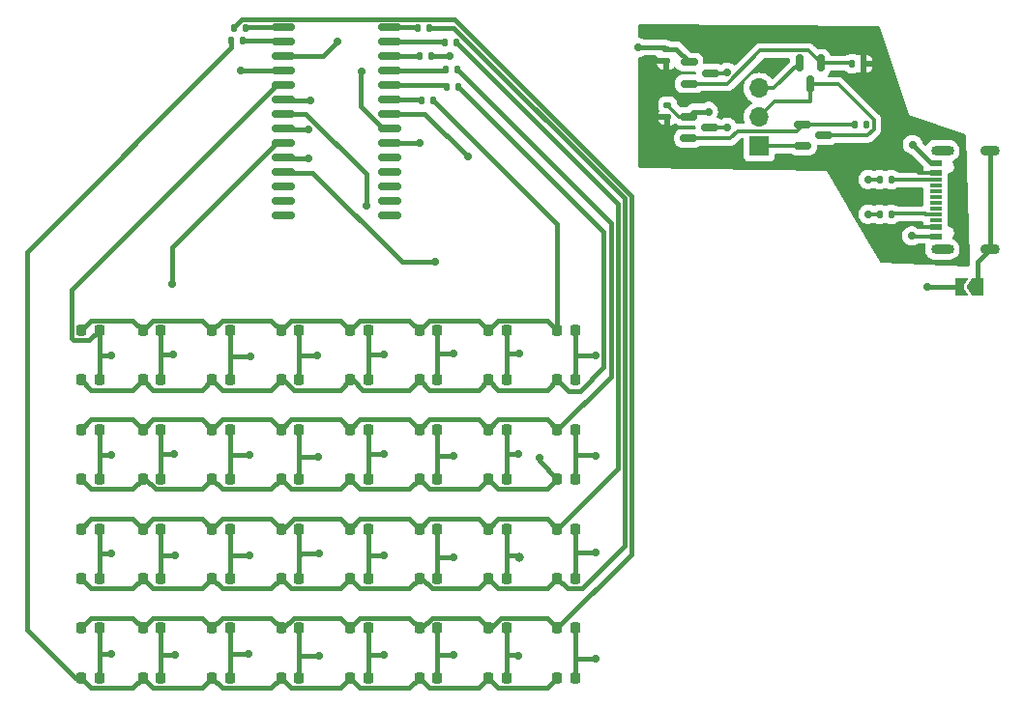
<source format=gbr>
%TF.GenerationSoftware,KiCad,Pcbnew,(7.0.0-0)*%
%TF.CreationDate,2023-03-12T05:29:04-07:00*%
%TF.ProjectId,TM1640_led_array,544d3136-3430-45f6-9c65-645f61727261,rev?*%
%TF.SameCoordinates,Original*%
%TF.FileFunction,Copper,L1,Top*%
%TF.FilePolarity,Positive*%
%FSLAX46Y46*%
G04 Gerber Fmt 4.6, Leading zero omitted, Abs format (unit mm)*
G04 Created by KiCad (PCBNEW (7.0.0-0)) date 2023-03-12 05:29:04*
%MOMM*%
%LPD*%
G01*
G04 APERTURE LIST*
G04 Aperture macros list*
%AMRoundRect*
0 Rectangle with rounded corners*
0 $1 Rounding radius*
0 $2 $3 $4 $5 $6 $7 $8 $9 X,Y pos of 4 corners*
0 Add a 4 corners polygon primitive as box body*
4,1,4,$2,$3,$4,$5,$6,$7,$8,$9,$2,$3,0*
0 Add four circle primitives for the rounded corners*
1,1,$1+$1,$2,$3*
1,1,$1+$1,$4,$5*
1,1,$1+$1,$6,$7*
1,1,$1+$1,$8,$9*
0 Add four rect primitives between the rounded corners*
20,1,$1+$1,$2,$3,$4,$5,0*
20,1,$1+$1,$4,$5,$6,$7,0*
20,1,$1+$1,$6,$7,$8,$9,0*
20,1,$1+$1,$8,$9,$2,$3,0*%
%AMFreePoly0*
4,1,6,0.500000,-0.750000,-0.650000,-0.750000,-0.150000,0.000000,-0.650000,0.750000,0.500000,0.750000,0.500000,-0.750000,0.500000,-0.750000,$1*%
%AMFreePoly1*
4,1,6,1.000000,0.000000,0.500000,-0.750000,-0.500000,-0.750000,-0.500000,0.750000,0.500000,0.750000,1.000000,0.000000,1.000000,0.000000,$1*%
G04 Aperture macros list end*
%TA.AperFunction,SMDPad,CuDef*%
%ADD10RoundRect,0.150000X0.875000X0.150000X-0.875000X0.150000X-0.875000X-0.150000X0.875000X-0.150000X0*%
%TD*%
%TA.AperFunction,SMDPad,CuDef*%
%ADD11RoundRect,0.135000X-0.135000X-0.185000X0.135000X-0.185000X0.135000X0.185000X-0.135000X0.185000X0*%
%TD*%
%TA.AperFunction,SMDPad,CuDef*%
%ADD12RoundRect,0.135000X-0.185000X0.135000X-0.185000X-0.135000X0.185000X-0.135000X0.185000X0.135000X0*%
%TD*%
%TA.AperFunction,SMDPad,CuDef*%
%ADD13RoundRect,0.135000X0.135000X0.185000X-0.135000X0.185000X-0.135000X-0.185000X0.135000X-0.185000X0*%
%TD*%
%TA.AperFunction,SMDPad,CuDef*%
%ADD14RoundRect,0.150000X-0.587500X-0.150000X0.587500X-0.150000X0.587500X0.150000X-0.587500X0.150000X0*%
%TD*%
%TA.AperFunction,SMDPad,CuDef*%
%ADD15RoundRect,0.150000X-0.150000X0.587500X-0.150000X-0.587500X0.150000X-0.587500X0.150000X0.587500X0*%
%TD*%
%TA.AperFunction,SMDPad,CuDef*%
%ADD16FreePoly0,180.000000*%
%TD*%
%TA.AperFunction,SMDPad,CuDef*%
%ADD17FreePoly1,180.000000*%
%TD*%
%TA.AperFunction,ComponentPad*%
%ADD18R,1.700000X1.700000*%
%TD*%
%TA.AperFunction,ComponentPad*%
%ADD19O,1.700000X1.700000*%
%TD*%
%TA.AperFunction,ComponentPad*%
%ADD20O,1.700000X0.900000*%
%TD*%
%TA.AperFunction,ComponentPad*%
%ADD21O,2.000000X0.900000*%
%TD*%
%TA.AperFunction,SMDPad,CuDef*%
%ADD22R,1.140000X0.600000*%
%TD*%
%TA.AperFunction,SMDPad,CuDef*%
%ADD23R,1.140000X0.300000*%
%TD*%
%TA.AperFunction,SMDPad,CuDef*%
%ADD24RoundRect,0.218750X-0.218750X-0.256250X0.218750X-0.256250X0.218750X0.256250X-0.218750X0.256250X0*%
%TD*%
%TA.AperFunction,ViaPad*%
%ADD25C,0.800000*%
%TD*%
%TA.AperFunction,ViaPad*%
%ADD26C,0.700000*%
%TD*%
%TA.AperFunction,Conductor*%
%ADD27C,0.400000*%
%TD*%
%TA.AperFunction,Conductor*%
%ADD28C,0.300000*%
%TD*%
G04 APERTURE END LIST*
D10*
%TO.P,U1,1,GRID12*%
%TO.N,/GRID12*%
X95237400Y-82639000D03*
%TO.P,U1,2,GRID13*%
%TO.N,/GRID13*%
X95237400Y-81369000D03*
%TO.P,U1,3,GRID14*%
%TO.N,/GRID14*%
X95237400Y-80099000D03*
%TO.P,U1,4,GRID15*%
%TO.N,/GRID15*%
X95237400Y-78829000D03*
%TO.P,U1,5,GRID16*%
%TO.N,/GRID16*%
X95237400Y-77559000D03*
%TO.P,U1,6,VSS*%
%TO.N,GND*%
X95237400Y-76289000D03*
%TO.P,U1,7,DIN*%
%TO.N,/5V_DIN*%
X95237400Y-75019000D03*
%TO.P,U1,8,SCLK*%
%TO.N,/5V_SCK*%
X95237400Y-73749000D03*
%TO.P,U1,9,SEG1*%
%TO.N,Net-(U1-SEG1)*%
X95237400Y-72479000D03*
%TO.P,U1,10,SEG2*%
%TO.N,Net-(U1-SEG2)*%
X95237400Y-71209000D03*
%TO.P,U1,11,SEG3*%
%TO.N,Net-(U1-SEG3)*%
X95237400Y-69939000D03*
%TO.P,U1,12,SEG4*%
%TO.N,Net-(U1-SEG4)*%
X95237400Y-68669000D03*
%TO.P,U1,13,SEG5*%
%TO.N,Net-(U1-SEG5)*%
X95237400Y-67399000D03*
%TO.P,U1,14,SEG6*%
%TO.N,Net-(U1-SEG6)*%
X95237400Y-66129000D03*
%TO.P,U1,15,SEG7*%
%TO.N,Net-(U1-SEG7)*%
X85937400Y-66129000D03*
%TO.P,U1,16,SEG8*%
%TO.N,Net-(U1-SEG8)*%
X85937400Y-67399000D03*
%TO.P,U1,17,VDD*%
%TO.N,VBUS*%
X85937400Y-68669000D03*
%TO.P,U1,18,GRID1*%
%TO.N,/GRID1*%
X85937400Y-69939000D03*
%TO.P,U1,19,GRID2*%
%TO.N,/GRID2*%
X85937400Y-71209000D03*
%TO.P,U1,20,GRID3*%
%TO.N,/GRID3*%
X85937400Y-72479000D03*
%TO.P,U1,21,GRID4*%
%TO.N,/GRID4*%
X85937400Y-73749000D03*
%TO.P,U1,22,GRID5*%
%TO.N,/GRID5*%
X85937400Y-75019000D03*
%TO.P,U1,23,GRID6*%
%TO.N,/GRID6*%
X85937400Y-76289000D03*
%TO.P,U1,24,GRID7*%
%TO.N,/GRID7*%
X85937400Y-77559000D03*
%TO.P,U1,25,GRID8*%
%TO.N,/GRID8*%
X85937400Y-78829000D03*
%TO.P,U1,26,GRID9*%
%TO.N,/GRID9*%
X85937400Y-80099000D03*
%TO.P,U1,27,GRID10*%
%TO.N,/GRID10*%
X85937400Y-81369000D03*
%TO.P,U1,28,GRID11*%
%TO.N,/GRID11*%
X85937400Y-82639000D03*
%TD*%
D11*
%TO.P,R14,1*%
%TO.N,Net-(Q3-D)*%
X136015000Y-74676000D03*
%TO.P,R14,2*%
%TO.N,VBUS*%
X137035000Y-74676000D03*
%TD*%
D12*
%TO.P,R13,2*%
%TO.N,VBUS*%
X119608600Y-73992200D03*
%TO.P,R13,1*%
%TO.N,/5V_SCK*%
X119608600Y-72972200D03*
%TD*%
%TO.P,R12,2*%
%TO.N,VBUS*%
X119481600Y-69113400D03*
%TO.P,R12,1*%
%TO.N,/5V_DIN*%
X119481600Y-68093400D03*
%TD*%
D11*
%TO.P,R11,2*%
%TO.N,VBUS*%
X136781000Y-69342000D03*
%TO.P,R11,1*%
%TO.N,Net-(Q1-D)*%
X135761000Y-69342000D03*
%TD*%
%TO.P,R10,2*%
%TO.N,Net-(U1-SEG8)*%
X82437800Y-67297400D03*
%TO.P,R10,1*%
%TO.N,/SEG8*%
X81417800Y-67297400D03*
%TD*%
D13*
%TO.P,R9,2*%
%TO.N,/SEG7*%
X81621000Y-66205200D03*
%TO.P,R9,1*%
%TO.N,Net-(U1-SEG7)*%
X82641000Y-66205200D03*
%TD*%
%TO.P,R8,2*%
%TO.N,Net-(U1-SEG2)*%
X100290200Y-71361400D03*
%TO.P,R8,1*%
%TO.N,/SEG2*%
X101310200Y-71361400D03*
%TD*%
%TO.P,R7,1*%
%TO.N,/SEG5*%
X101081600Y-67500600D03*
%TO.P,R7,2*%
%TO.N,Net-(U1-SEG5)*%
X100061600Y-67500600D03*
%TD*%
%TO.P,R6,2*%
%TO.N,Net-(U1-SEG4)*%
X97902600Y-68694400D03*
%TO.P,R6,1*%
%TO.N,/SEG4*%
X98922600Y-68694400D03*
%TD*%
D11*
%TO.P,R5,2*%
%TO.N,/SEG3*%
X101196000Y-69875600D03*
%TO.P,R5,1*%
%TO.N,Net-(U1-SEG3)*%
X100176000Y-69875600D03*
%TD*%
D13*
%TO.P,R4,2*%
%TO.N,Net-(U1-SEG6)*%
X97699400Y-66179800D03*
%TO.P,R4,1*%
%TO.N,/SEG6*%
X98719400Y-66179800D03*
%TD*%
D11*
%TO.P,R3,2*%
%TO.N,/SEG1*%
X99049600Y-72529800D03*
%TO.P,R3,1*%
%TO.N,Net-(U1-SEG1)*%
X98029600Y-72529800D03*
%TD*%
D13*
%TO.P,R2,1*%
%TO.N,Net-(J1-CC1)*%
X139192000Y-82550000D03*
%TO.P,R2,2*%
%TO.N,GND*%
X138172000Y-82550000D03*
%TD*%
%TO.P,R1,1*%
%TO.N,Net-(J1-CC2)*%
X139192000Y-79502000D03*
%TO.P,R1,2*%
%TO.N,GND*%
X138172000Y-79502000D03*
%TD*%
D14*
%TO.P,Q4,1,D*%
%TO.N,/5V_SCK*%
X121442000Y-73980000D03*
%TO.P,Q4,2,G*%
%TO.N,Net-(Q3-D)*%
X121442000Y-75880000D03*
%TO.P,Q4,3,S*%
%TO.N,GND*%
X123317000Y-74930000D03*
%TD*%
%TO.P,Q3,1,D*%
%TO.N,Net-(Q3-D)*%
X131445000Y-74681000D03*
%TO.P,Q3,2,G*%
%TO.N,/3V3_SCK*%
X131445000Y-76581000D03*
%TO.P,Q3,3,S*%
%TO.N,/3v3_GND*%
X133320000Y-75631000D03*
%TD*%
%TO.P,Q2,1,D*%
%TO.N,/5V_DIN*%
X121490500Y-69215000D03*
%TO.P,Q2,2,G*%
%TO.N,Net-(Q1-D)*%
X121490500Y-71115000D03*
%TO.P,Q2,3,S*%
%TO.N,GND*%
X123365500Y-70165000D03*
%TD*%
D15*
%TO.P,Q1,3,S*%
%TO.N,/3v3_GND*%
X132080000Y-71168500D03*
%TO.P,Q1,2,G*%
%TO.N,/3V3_DIN*%
X131130000Y-69293500D03*
%TO.P,Q1,1,D*%
%TO.N,Net-(Q1-D)*%
X133030000Y-69293500D03*
%TD*%
D16*
%TO.P,JP1,2,B*%
%TO.N,GND*%
X145290000Y-88900000D03*
D17*
%TO.P,JP1,1,A*%
%TO.N,Net-(JP1-A)*%
X146740000Y-88900000D03*
%TD*%
D18*
%TO.P,J2,1,Pin_1*%
%TO.N,/3V3_SCK*%
X127634999Y-76580999D03*
D19*
%TO.P,J2,2,Pin_2*%
%TO.N,/3v3_GND*%
X127634999Y-74040999D03*
%TO.P,J2,3,Pin_3*%
%TO.N,/3V3_DIN*%
X127634999Y-71500999D03*
%TD*%
D20*
%TO.P,J1,S4,SHIELD*%
%TO.N,Net-(JP1-A)*%
X147829999Y-76954999D03*
%TO.P,J1,S3,SHIELD*%
X147829999Y-85604999D03*
D21*
%TO.P,J1,S2,SHIELD*%
X143659999Y-76954999D03*
%TO.P,J1,S1,SHIELD*%
X143659999Y-85604999D03*
D22*
%TO.P,J1,B1_A12,GND*%
%TO.N,GND*%
X143079999Y-78079999D03*
%TO.P,J1,B4_A9,VBUS*%
%TO.N,VBUS*%
X143079999Y-78879999D03*
D23*
%TO.P,J1,B5,CC2*%
%TO.N,Net-(J1-CC2)*%
X143079999Y-79529999D03*
%TO.P,J1,A8,SBU1*%
%TO.N,unconnected-(J1-SBU1-PadA8)*%
X143079999Y-80029999D03*
%TO.P,J1,B6,DP2*%
%TO.N,unconnected-(J1-DP2-PadB6)*%
X143079999Y-80529999D03*
%TO.P,J1,A7,DN1*%
%TO.N,unconnected-(J1-DN1-PadA7)*%
X143079999Y-81029999D03*
%TO.P,J1,B8,SBU2*%
%TO.N,unconnected-(J1-SBU2-PadB8)*%
X143079999Y-83029999D03*
%TO.P,J1,A5,CC1*%
%TO.N,Net-(J1-CC1)*%
X143079999Y-82529999D03*
%TO.P,J1,B7,DN2*%
%TO.N,unconnected-(J1-DN2-PadB7)*%
X143079999Y-82029999D03*
%TO.P,J1,A6,DP1*%
%TO.N,unconnected-(J1-DP1-PadA6)*%
X143079999Y-81529999D03*
D22*
%TO.P,J1,A4_B9,VBUS*%
%TO.N,VBUS*%
X143079999Y-83679999D03*
%TO.P,J1,A1_B12,GND*%
%TO.N,GND*%
X143079999Y-84479999D03*
%TD*%
D24*
%TO.P,D64,2,A*%
%TO.N,/GRID7*%
X87335000Y-123190000D03*
%TO.P,D64,1,K*%
%TO.N,/SEG8*%
X85760000Y-123190000D03*
%TD*%
%TO.P,D63,2,A*%
%TO.N,/GRID7*%
X87335000Y-118835710D03*
%TO.P,D63,1,K*%
%TO.N,/SEG7*%
X85760000Y-118835710D03*
%TD*%
%TO.P,D62,2,A*%
%TO.N,/GRID7*%
X87335000Y-114481425D03*
%TO.P,D62,1,K*%
%TO.N,/SEG6*%
X85760000Y-114481425D03*
%TD*%
%TO.P,D61,2,A*%
%TO.N,/GRID7*%
X87335000Y-110127140D03*
%TO.P,D61,1,K*%
%TO.N,/SEG5*%
X85760000Y-110127140D03*
%TD*%
%TO.P,D60,2,A*%
%TO.N,/GRID7*%
X87335000Y-105772855D03*
%TO.P,D60,1,K*%
%TO.N,/SEG4*%
X85760000Y-105772855D03*
%TD*%
%TO.P,D59,2,A*%
%TO.N,/GRID7*%
X87335000Y-101418570D03*
%TO.P,D59,1,K*%
%TO.N,/SEG3*%
X85760000Y-101418570D03*
%TD*%
%TO.P,D58,2,A*%
%TO.N,/GRID7*%
X87335000Y-97064285D03*
%TO.P,D58,1,K*%
%TO.N,/SEG2*%
X85760000Y-97064285D03*
%TD*%
%TO.P,D57,2,A*%
%TO.N,/GRID7*%
X87335000Y-92710000D03*
%TO.P,D57,1,K*%
%TO.N,/SEG1*%
X85760000Y-92710000D03*
%TD*%
%TO.P,D56,2,A*%
%TO.N,/GRID5*%
X93385000Y-123190000D03*
%TO.P,D56,1,K*%
%TO.N,/SEG8*%
X91810000Y-123190000D03*
%TD*%
%TO.P,D55,2,A*%
%TO.N,/GRID5*%
X93385000Y-118835710D03*
%TO.P,D55,1,K*%
%TO.N,/SEG7*%
X91810000Y-118835710D03*
%TD*%
%TO.P,D54,2,A*%
%TO.N,/GRID5*%
X93385000Y-114481425D03*
%TO.P,D54,1,K*%
%TO.N,/SEG6*%
X91810000Y-114481425D03*
%TD*%
%TO.P,D53,2,A*%
%TO.N,/GRID5*%
X93385000Y-110127140D03*
%TO.P,D53,1,K*%
%TO.N,/SEG5*%
X91810000Y-110127140D03*
%TD*%
%TO.P,D52,2,A*%
%TO.N,/GRID5*%
X93385000Y-105772855D03*
%TO.P,D52,1,K*%
%TO.N,/SEG4*%
X91810000Y-105772855D03*
%TD*%
%TO.P,D51,2,A*%
%TO.N,/GRID5*%
X93385000Y-101418570D03*
%TO.P,D51,1,K*%
%TO.N,/SEG3*%
X91810000Y-101418570D03*
%TD*%
%TO.P,D50,2,A*%
%TO.N,/GRID5*%
X93385000Y-97064285D03*
%TO.P,D50,1,K*%
%TO.N,/SEG2*%
X91810000Y-97064285D03*
%TD*%
%TO.P,D49,2,A*%
%TO.N,/GRID5*%
X93385000Y-92710000D03*
%TO.P,D49,1,K*%
%TO.N,/SEG1*%
X91810000Y-92710000D03*
%TD*%
%TO.P,D48,1,K*%
%TO.N,/SEG8*%
X109960000Y-123190000D03*
%TO.P,D48,2,A*%
%TO.N,/GRID8*%
X111535000Y-123190000D03*
%TD*%
%TO.P,D47,1,K*%
%TO.N,/SEG7*%
X109960000Y-118835710D03*
%TO.P,D47,2,A*%
%TO.N,/GRID8*%
X111535000Y-118835710D03*
%TD*%
%TO.P,D46,1,K*%
%TO.N,/SEG6*%
X109960000Y-114481425D03*
%TO.P,D46,2,A*%
%TO.N,/GRID8*%
X111535000Y-114481425D03*
%TD*%
%TO.P,D45,1,K*%
%TO.N,/SEG5*%
X109960000Y-110127140D03*
%TO.P,D45,2,A*%
%TO.N,/GRID8*%
X111535000Y-110127140D03*
%TD*%
%TO.P,D44,1,K*%
%TO.N,/SEG4*%
X109960000Y-105772855D03*
%TO.P,D44,2,A*%
%TO.N,/GRID8*%
X111535000Y-105772855D03*
%TD*%
%TO.P,D43,1,K*%
%TO.N,/SEG3*%
X109960000Y-101418570D03*
%TO.P,D43,2,A*%
%TO.N,/GRID8*%
X111535000Y-101418570D03*
%TD*%
%TO.P,D42,1,K*%
%TO.N,/SEG2*%
X109960000Y-97064285D03*
%TO.P,D42,2,A*%
%TO.N,/GRID8*%
X111535000Y-97064285D03*
%TD*%
%TO.P,D41,1,K*%
%TO.N,/SEG1*%
X109960000Y-92710000D03*
%TO.P,D41,2,A*%
%TO.N,/GRID8*%
X111535000Y-92710000D03*
%TD*%
%TO.P,D40,1,K*%
%TO.N,/SEG8*%
X73660000Y-123190000D03*
%TO.P,D40,2,A*%
%TO.N,/GRID6*%
X75235000Y-123190000D03*
%TD*%
%TO.P,D39,1,K*%
%TO.N,/SEG7*%
X73660000Y-118835710D03*
%TO.P,D39,2,A*%
%TO.N,/GRID6*%
X75235000Y-118835710D03*
%TD*%
%TO.P,D38,1,K*%
%TO.N,/SEG6*%
X73660000Y-114481425D03*
%TO.P,D38,2,A*%
%TO.N,/GRID6*%
X75235000Y-114481425D03*
%TD*%
%TO.P,D37,1,K*%
%TO.N,/SEG5*%
X73660000Y-110127140D03*
%TO.P,D37,2,A*%
%TO.N,/GRID6*%
X75235000Y-110127140D03*
%TD*%
%TO.P,D36,1,K*%
%TO.N,/SEG4*%
X73660000Y-105772855D03*
%TO.P,D36,2,A*%
%TO.N,/GRID6*%
X75235000Y-105772855D03*
%TD*%
%TO.P,D35,1,K*%
%TO.N,/SEG3*%
X73660000Y-101418570D03*
%TO.P,D35,2,A*%
%TO.N,/GRID6*%
X75235000Y-101418570D03*
%TD*%
%TO.P,D34,1,K*%
%TO.N,/SEG2*%
X73660000Y-97064285D03*
%TO.P,D34,2,A*%
%TO.N,/GRID6*%
X75235000Y-97064285D03*
%TD*%
%TO.P,D33,1,K*%
%TO.N,/SEG1*%
X73660000Y-92710000D03*
%TO.P,D33,2,A*%
%TO.N,/GRID6*%
X75235000Y-92710000D03*
%TD*%
%TO.P,D32,1,K*%
%TO.N,/SEG8*%
X103910000Y-123190000D03*
%TO.P,D32,2,A*%
%TO.N,/GRID4*%
X105485000Y-123190000D03*
%TD*%
%TO.P,D31,1,K*%
%TO.N,/SEG7*%
X103910000Y-118835710D03*
%TO.P,D31,2,A*%
%TO.N,/GRID4*%
X105485000Y-118835710D03*
%TD*%
%TO.P,D30,1,K*%
%TO.N,/SEG6*%
X103910000Y-114481425D03*
%TO.P,D30,2,A*%
%TO.N,/GRID4*%
X105485000Y-114481425D03*
%TD*%
%TO.P,D29,1,K*%
%TO.N,/SEG5*%
X103910000Y-110127140D03*
%TO.P,D29,2,A*%
%TO.N,/GRID4*%
X105485000Y-110127140D03*
%TD*%
%TO.P,D28,1,K*%
%TO.N,/SEG4*%
X103910000Y-105772855D03*
%TO.P,D28,2,A*%
%TO.N,/GRID4*%
X105485000Y-105772855D03*
%TD*%
%TO.P,D27,1,K*%
%TO.N,/SEG3*%
X103910000Y-101418570D03*
%TO.P,D27,2,A*%
%TO.N,/GRID4*%
X105485000Y-101418570D03*
%TD*%
%TO.P,D26,1,K*%
%TO.N,/SEG2*%
X103910000Y-97064285D03*
%TO.P,D26,2,A*%
%TO.N,/GRID4*%
X105485000Y-97064285D03*
%TD*%
%TO.P,D25,1,K*%
%TO.N,/SEG1*%
X103910000Y-92710000D03*
%TO.P,D25,2,A*%
%TO.N,/GRID4*%
X105485000Y-92710000D03*
%TD*%
%TO.P,D24,1,K*%
%TO.N,/SEG8*%
X97860000Y-123190000D03*
%TO.P,D24,2,A*%
%TO.N,/GRID3*%
X99435000Y-123190000D03*
%TD*%
%TO.P,D23,1,K*%
%TO.N,/SEG7*%
X97860000Y-118835710D03*
%TO.P,D23,2,A*%
%TO.N,/GRID3*%
X99435000Y-118835710D03*
%TD*%
%TO.P,D22,1,K*%
%TO.N,/SEG6*%
X97860000Y-114481425D03*
%TO.P,D22,2,A*%
%TO.N,/GRID3*%
X99435000Y-114481425D03*
%TD*%
%TO.P,D21,1,K*%
%TO.N,/SEG5*%
X97860000Y-110127140D03*
%TO.P,D21,2,A*%
%TO.N,/GRID3*%
X99435000Y-110127140D03*
%TD*%
%TO.P,D20,1,K*%
%TO.N,/SEG4*%
X97860000Y-105772855D03*
%TO.P,D20,2,A*%
%TO.N,/GRID3*%
X99435000Y-105772855D03*
%TD*%
%TO.P,D19,1,K*%
%TO.N,/SEG3*%
X97860000Y-101418570D03*
%TO.P,D19,2,A*%
%TO.N,/GRID3*%
X99435000Y-101418570D03*
%TD*%
%TO.P,D18,1,K*%
%TO.N,/SEG2*%
X97860000Y-97064285D03*
%TO.P,D18,2,A*%
%TO.N,/GRID3*%
X99435000Y-97064285D03*
%TD*%
%TO.P,D17,1,K*%
%TO.N,/SEG1*%
X97860000Y-92710000D03*
%TO.P,D17,2,A*%
%TO.N,/GRID3*%
X99435000Y-92710000D03*
%TD*%
%TO.P,D16,2,A*%
%TO.N,/GRID2*%
X69850000Y-123190000D03*
%TO.P,D16,1,K*%
%TO.N,/SEG8*%
X68275000Y-123190000D03*
%TD*%
%TO.P,D15,2,A*%
%TO.N,/GRID2*%
X69850000Y-118835710D03*
%TO.P,D15,1,K*%
%TO.N,/SEG7*%
X68275000Y-118835710D03*
%TD*%
%TO.P,D14,2,A*%
%TO.N,/GRID2*%
X69850000Y-114481425D03*
%TO.P,D14,1,K*%
%TO.N,/SEG6*%
X68275000Y-114481425D03*
%TD*%
%TO.P,D13,2,A*%
%TO.N,/GRID2*%
X69850000Y-110127140D03*
%TO.P,D13,1,K*%
%TO.N,/SEG5*%
X68275000Y-110127140D03*
%TD*%
%TO.P,D12,2,A*%
%TO.N,/GRID2*%
X69850000Y-105772855D03*
%TO.P,D12,1,K*%
%TO.N,/SEG4*%
X68275000Y-105772855D03*
%TD*%
%TO.P,D11,2,A*%
%TO.N,/GRID2*%
X69850000Y-101418570D03*
%TO.P,D11,1,K*%
%TO.N,/SEG3*%
X68275000Y-101418570D03*
%TD*%
%TO.P,D10,2,A*%
%TO.N,/GRID2*%
X69850000Y-97064285D03*
%TO.P,D10,1,K*%
%TO.N,/SEG2*%
X68275000Y-97064285D03*
%TD*%
%TO.P,D9,1,K*%
%TO.N,/SEG1*%
X68275000Y-92710000D03*
%TO.P,D9,2,A*%
%TO.N,/GRID2*%
X69850000Y-92710000D03*
%TD*%
%TO.P,D8,1,K*%
%TO.N,/SEG8*%
X79710000Y-123190000D03*
%TO.P,D8,2,A*%
%TO.N,/GRID1*%
X81285000Y-123190000D03*
%TD*%
%TO.P,D7,1,K*%
%TO.N,/SEG7*%
X79710000Y-118835710D03*
%TO.P,D7,2,A*%
%TO.N,/GRID1*%
X81285000Y-118835710D03*
%TD*%
%TO.P,D6,1,K*%
%TO.N,/SEG6*%
X79710000Y-114481425D03*
%TO.P,D6,2,A*%
%TO.N,/GRID1*%
X81285000Y-114481425D03*
%TD*%
%TO.P,D5,1,K*%
%TO.N,/SEG5*%
X79710000Y-110127140D03*
%TO.P,D5,2,A*%
%TO.N,/GRID1*%
X81285000Y-110127140D03*
%TD*%
%TO.P,D4,1,K*%
%TO.N,/SEG4*%
X79710000Y-105772855D03*
%TO.P,D4,2,A*%
%TO.N,/GRID1*%
X81285000Y-105772855D03*
%TD*%
%TO.P,D3,1,K*%
%TO.N,/SEG3*%
X79710000Y-101418570D03*
%TO.P,D3,2,A*%
%TO.N,/GRID1*%
X81285000Y-101418570D03*
%TD*%
%TO.P,D2,1,K*%
%TO.N,/SEG2*%
X79710000Y-97064285D03*
%TO.P,D2,2,A*%
%TO.N,/GRID1*%
X81285000Y-97064285D03*
%TD*%
%TO.P,D1,1,K*%
%TO.N,/SEG1*%
X79710000Y-92710000D03*
%TO.P,D1,2,A*%
%TO.N,/GRID1*%
X81285000Y-92710000D03*
%TD*%
D25*
%TO.N,/GRID4*%
X106600000Y-112600000D03*
D26*
%TO.N,GND*%
X142379800Y-88938200D03*
%TO.N,/5V_SCK*%
X123177400Y-73545800D03*
%TO.N,VBUS*%
X123101200Y-67018000D03*
X90690800Y-67424400D03*
%TO.N,/5V_DIN*%
X117030600Y-67932400D03*
X92849800Y-70066000D03*
%TO.N,/5V_SCK*%
X102095400Y-77508200D03*
%TO.N,/SEG4*%
X108369200Y-103873400D03*
X100546000Y-68694400D03*
%TO.N,GND*%
X97904400Y-76314400D03*
%TO.N,/GRID8*%
X99250600Y-86703000D03*
%TO.N,/GRID4*%
X93230800Y-81775400D03*
%TO.N,/GRID5*%
X88201600Y-75069800D03*
%TO.N,/GRID3*%
X88328600Y-72529800D03*
%TO.N,/GRID7*%
X88150800Y-77609800D03*
%TO.N,/GRID6*%
X76263600Y-88684200D03*
%TO.N,/GRID8*%
X113271400Y-103695600D03*
X113271400Y-112230000D03*
X113271400Y-94881800D03*
X113347600Y-121526400D03*
%TO.N,/GRID1*%
X82232600Y-69939000D03*
%TO.N,/GRID4*%
X106591200Y-94780200D03*
X106565800Y-103594000D03*
X106565800Y-121247000D03*
%TO.N,/GRID3*%
X100876200Y-121196200D03*
X100876200Y-112611000D03*
X100876200Y-103721000D03*
X100850800Y-94729400D03*
%TO.N,/GRID5*%
X94754800Y-121170800D03*
X94780200Y-112458600D03*
X94754800Y-103517800D03*
X94754800Y-94856400D03*
%TO.N,/GRID7*%
X89065200Y-121221600D03*
X89090600Y-112280800D03*
X88989000Y-103771800D03*
X88938200Y-94932600D03*
%TO.N,/GRID1*%
X83045400Y-94983400D03*
X82994600Y-103619400D03*
X82969200Y-112484000D03*
X82893000Y-121120000D03*
%TO.N,/GRID2*%
X70929600Y-94932600D03*
X70929600Y-103670200D03*
X70929600Y-112280800D03*
X70904200Y-121069200D03*
%TO.N,/GRID6*%
X76466800Y-121170800D03*
X76466800Y-112484000D03*
X76390600Y-103568600D03*
X76314400Y-94831000D03*
%TO.N,GND*%
X124841000Y-70104000D03*
X124841000Y-74930000D03*
X137160000Y-82550000D03*
X137160000Y-79502000D03*
X140970000Y-84455000D03*
X141046200Y-76428600D03*
%TD*%
D27*
%TO.N,/GRID4*%
X105485000Y-112484000D02*
X106484000Y-112484000D01*
X106484000Y-112484000D02*
X106600000Y-112600000D01*
%TO.N,/GRID6*%
X85404583Y-76289000D02*
X85937400Y-76289000D01*
X76263600Y-85429983D02*
X85404583Y-76289000D01*
%TO.N,Net-(JP1-A)*%
X147830000Y-85605000D02*
X147830000Y-76955000D01*
X146740000Y-88900000D02*
X146740000Y-86695000D01*
X146740000Y-86695000D02*
X147830000Y-85605000D01*
%TO.N,GND*%
X142418000Y-88900000D02*
X142379800Y-88938200D01*
X145290000Y-88900000D02*
X142418000Y-88900000D01*
%TO.N,/5V_SCK*%
X121876200Y-73545800D02*
X121442000Y-73980000D01*
X123177400Y-73545800D02*
X121876200Y-73545800D01*
%TO.N,VBUS*%
X89446200Y-68669000D02*
X90690800Y-67424400D01*
X85937400Y-68669000D02*
X89446200Y-68669000D01*
%TO.N,/5V_DIN*%
X119481600Y-68093400D02*
X120368900Y-68093400D01*
X120368900Y-68093400D02*
X121490500Y-69215000D01*
X92722800Y-73037217D02*
X92722800Y-70828000D01*
X95237400Y-75019000D02*
X94704583Y-75019000D01*
X92722800Y-70828000D02*
X92722800Y-70193000D01*
X92722800Y-70193000D02*
X92849800Y-70066000D01*
X94704583Y-75019000D02*
X92722800Y-73037217D01*
X117030600Y-67932400D02*
X119320600Y-67932400D01*
X119320600Y-67932400D02*
X119481600Y-68093400D01*
%TO.N,/5V_SCK*%
X95237400Y-73749000D02*
X98336200Y-73749000D01*
X98336200Y-73749000D02*
X102095400Y-77508200D01*
%TO.N,/SEG4*%
X108369200Y-103873400D02*
X108369200Y-104182055D01*
X108369200Y-104182055D02*
X109960000Y-105772855D01*
X98922600Y-68694400D02*
X100546000Y-68694400D01*
%TO.N,GND*%
X97879000Y-76289000D02*
X97904400Y-76314400D01*
X95237400Y-76289000D02*
X97879000Y-76289000D01*
D28*
%TO.N,/5V_SCK*%
X121442000Y-73980000D02*
X120616400Y-73980000D01*
X120616400Y-73980000D02*
X119608600Y-72972200D01*
D27*
%TO.N,/GRID8*%
X96355000Y-86703000D02*
X88531800Y-78879800D01*
X99250600Y-86703000D02*
X96355000Y-86703000D01*
X88531800Y-78879800D02*
X85988200Y-78879800D01*
%TO.N,/GRID4*%
X87941461Y-73749000D02*
X93230800Y-79038339D01*
X85937400Y-73749000D02*
X87941461Y-73749000D01*
X93230800Y-79038339D02*
X93230800Y-81775400D01*
%TO.N,/GRID5*%
X88201600Y-75069800D02*
X85988200Y-75069800D01*
%TO.N,/GRID3*%
X88328600Y-72529800D02*
X85988200Y-72529800D01*
X85988200Y-72529800D02*
X85937400Y-72479000D01*
%TO.N,/GRID7*%
X88150800Y-77609800D02*
X85988200Y-77609800D01*
%TO.N,/GRID6*%
X76263600Y-85429983D02*
X76263600Y-88684200D01*
%TO.N,/SEG8*%
X63487400Y-85839400D02*
X81398200Y-67928600D01*
X81398200Y-67928600D02*
X81417800Y-67928600D01*
X81417800Y-67297400D02*
X81417800Y-67928600D01*
X63487400Y-85839400D02*
X63487400Y-118935600D01*
X63487400Y-118935600D02*
X67741800Y-123190000D01*
X67741800Y-123190000D02*
X68275000Y-123190000D01*
%TO.N,/SEG7*%
X81621000Y-66205200D02*
X81621000Y-66148596D01*
X81621000Y-66148596D02*
X82340596Y-65429000D01*
X82340596Y-65429000D02*
X100935132Y-65429000D01*
X100935132Y-65429000D02*
X116421400Y-80915268D01*
X116421400Y-80915268D02*
X116421400Y-112374310D01*
X116421400Y-112374310D02*
X109960000Y-118835710D01*
%TO.N,Net-(U1-SEG7)*%
X85937400Y-66129000D02*
X82717200Y-66129000D01*
X82717200Y-66129000D02*
X82641000Y-66205200D01*
%TO.N,Net-(U1-SEG8)*%
X82437800Y-67297400D02*
X85835800Y-67297400D01*
X85835800Y-67297400D02*
X85937400Y-67399000D01*
%TO.N,/SEG6*%
X98719400Y-66179800D02*
X100837404Y-66179800D01*
X100837404Y-66179800D02*
X115821400Y-81163796D01*
X112100775Y-115356425D02*
X110835000Y-115356425D01*
X110835000Y-115356425D02*
X109960000Y-114481425D01*
X115821400Y-81163796D02*
X115821400Y-111635800D01*
X115821400Y-111635800D02*
X112100775Y-115356425D01*
%TO.N,/SEG5*%
X101081600Y-67500600D02*
X115221400Y-81640400D01*
X115221400Y-81640400D02*
X115221400Y-104865740D01*
X115221400Y-104865740D02*
X109960000Y-110127140D01*
%TO.N,/SEG3*%
X101196000Y-69875600D02*
X114621400Y-83301000D01*
X114621400Y-83301000D02*
X114621400Y-96757170D01*
X114621400Y-96757170D02*
X109960000Y-101418570D01*
%TO.N,/SEG2*%
X101310200Y-71361400D02*
X114021400Y-84072600D01*
X111917930Y-98031400D02*
X110927115Y-98031400D01*
X114021400Y-84072600D02*
X114021400Y-95927930D01*
X114021400Y-95927930D02*
X111917930Y-98031400D01*
X110927115Y-98031400D02*
X109960000Y-97064285D01*
%TO.N,/GRID8*%
X111535000Y-103619400D02*
X111535000Y-101418570D01*
X111535000Y-105772855D02*
X111535000Y-103619400D01*
X113195200Y-103619400D02*
X113271400Y-103695600D01*
X111535000Y-103619400D02*
X113195200Y-103619400D01*
X111535000Y-114481425D02*
X111535000Y-112230000D01*
X111535000Y-112230000D02*
X111535000Y-110127140D01*
X111535000Y-112230000D02*
X113271400Y-112230000D01*
X113347600Y-121526400D02*
X111585800Y-121526400D01*
X111535000Y-94958000D02*
X111535000Y-92710000D01*
X111585800Y-121526400D02*
X111535000Y-121577200D01*
X111535000Y-97064285D02*
X111535000Y-94958000D01*
X111535000Y-123190000D02*
X111535000Y-121577200D01*
X111535000Y-94958000D02*
X113195200Y-94958000D01*
X113195200Y-94958000D02*
X113271400Y-94881800D01*
X111535000Y-121577200D02*
X111535000Y-118835710D01*
%TO.N,Net-(U1-SEG6)*%
X95237400Y-66129000D02*
X97648600Y-66129000D01*
X97648600Y-66129000D02*
X97699400Y-66179800D01*
%TO.N,Net-(U1-SEG5)*%
X95237400Y-67399000D02*
X99960000Y-67399000D01*
X99960000Y-67399000D02*
X100061600Y-67500600D01*
%TO.N,Net-(U1-SEG4)*%
X95237400Y-68669000D02*
X97877200Y-68669000D01*
X97877200Y-68669000D02*
X97902600Y-68694400D01*
%TO.N,Net-(U1-SEG3)*%
X95237400Y-69939000D02*
X100112600Y-69939000D01*
X100112600Y-69939000D02*
X100176000Y-69875600D01*
%TO.N,Net-(U1-SEG2)*%
X95237400Y-71209000D02*
X100137800Y-71209000D01*
X100137800Y-71209000D02*
X100290200Y-71361400D01*
%TO.N,Net-(U1-SEG1)*%
X95237400Y-72479000D02*
X97978800Y-72479000D01*
X97978800Y-72479000D02*
X98029600Y-72529800D01*
%TO.N,/SEG1*%
X109960000Y-92710000D02*
X109960000Y-83440200D01*
X109960000Y-83440200D02*
X99049600Y-72529800D01*
%TO.N,/GRID2*%
X85937400Y-71209000D02*
X85404583Y-71209000D01*
X85404583Y-71209000D02*
X67437500Y-89176083D01*
X67437500Y-89176083D02*
X67437500Y-93396300D01*
X67437500Y-93396300D02*
X67627600Y-93586400D01*
X67627600Y-93586400D02*
X68973600Y-93586400D01*
X68973600Y-93586400D02*
X69850000Y-92710000D01*
%TO.N,/GRID1*%
X85937400Y-69939000D02*
X82232600Y-69939000D01*
%TO.N,/GRID4*%
X105485000Y-94704000D02*
X105485000Y-92710000D01*
X105485000Y-97064285D02*
X105485000Y-94704000D01*
X106591200Y-94780200D02*
X105561200Y-94780200D01*
X105561200Y-94780200D02*
X105485000Y-94704000D01*
X105485000Y-101418570D02*
X105485000Y-103492400D01*
X105586600Y-103594000D02*
X105485000Y-103492400D01*
X105485000Y-103492400D02*
X105485000Y-105772855D01*
X106565800Y-103594000D02*
X105586600Y-103594000D01*
X105485000Y-112484000D02*
X105485000Y-110127140D01*
X105485000Y-114481425D02*
X105485000Y-112484000D01*
X105485000Y-121170800D02*
X105485000Y-123190000D01*
X106489600Y-121170800D02*
X106565800Y-121247000D01*
X105485000Y-118835710D02*
X105485000Y-121170800D01*
X105485000Y-121170800D02*
X106489600Y-121170800D01*
%TO.N,/GRID3*%
X99435000Y-118835710D02*
X99435000Y-121221600D01*
X99435000Y-121221600D02*
X99435000Y-123190000D01*
X100876200Y-121196200D02*
X99460400Y-121196200D01*
X99460400Y-121196200D02*
X99435000Y-121221600D01*
X99435000Y-114481425D02*
X99435000Y-112585600D01*
X99435000Y-112585600D02*
X99435000Y-110127140D01*
X100876200Y-112611000D02*
X99460400Y-112611000D01*
X99460400Y-112611000D02*
X99435000Y-112585600D01*
X100876200Y-103721000D02*
X99485800Y-103721000D01*
X99485800Y-103721000D02*
X99435000Y-103670200D01*
X99435000Y-101418570D02*
X99435000Y-103670200D01*
X99435000Y-103670200D02*
X99435000Y-105772855D01*
X99435000Y-94729400D02*
X100850800Y-94729400D01*
X99435000Y-97064285D02*
X99435000Y-94729400D01*
X99435000Y-94729400D02*
X99435000Y-92710000D01*
%TO.N,/GRID5*%
X93385000Y-118835710D02*
X93385000Y-121018400D01*
X93385000Y-121018400D02*
X93385000Y-123190000D01*
X94754800Y-121170800D02*
X93537400Y-121170800D01*
X93537400Y-121170800D02*
X93385000Y-121018400D01*
X93385000Y-114481425D02*
X93385000Y-112331600D01*
X93385000Y-112331600D02*
X93385000Y-110127140D01*
X94780200Y-112458600D02*
X93512000Y-112458600D01*
X93512000Y-112458600D02*
X93385000Y-112331600D01*
X93385000Y-94805600D02*
X93385000Y-92710000D01*
X93385000Y-103492400D02*
X93385000Y-105772855D01*
X93385000Y-97064285D02*
X93385000Y-94805600D01*
X93385000Y-94805600D02*
X94704000Y-94805600D01*
X94704000Y-94805600D02*
X94754800Y-94856400D01*
X93385000Y-101418570D02*
X93385000Y-103492400D01*
X94754800Y-103517800D02*
X93410400Y-103517800D01*
X93410400Y-103517800D02*
X93385000Y-103492400D01*
%TO.N,/GRID7*%
X87335000Y-118835710D02*
X87335000Y-121247000D01*
X89065200Y-121221600D02*
X87360400Y-121221600D01*
X87335000Y-121247000D02*
X87335000Y-123190000D01*
X87360400Y-121221600D02*
X87335000Y-121247000D01*
X87538200Y-112280800D02*
X87335000Y-112484000D01*
X87335000Y-114481425D02*
X87335000Y-112484000D01*
X87335000Y-112484000D02*
X87335000Y-110127140D01*
X89090600Y-112280800D02*
X87538200Y-112280800D01*
X87335000Y-103898800D02*
X87335000Y-105772855D01*
X87335000Y-94932600D02*
X87335000Y-92710000D01*
X87335000Y-97064285D02*
X87335000Y-94932600D01*
X87335000Y-94932600D02*
X88938200Y-94932600D01*
X87335000Y-101418570D02*
X87335000Y-103898800D01*
X88989000Y-103771800D02*
X87462000Y-103771800D01*
X87462000Y-103771800D02*
X87335000Y-103898800D01*
%TO.N,/GRID1*%
X81285000Y-97064285D02*
X81285000Y-94958000D01*
X81310400Y-94983400D02*
X81285000Y-94958000D01*
X81285000Y-94958000D02*
X81285000Y-92710000D01*
X83045400Y-94983400D02*
X81310400Y-94983400D01*
X81285000Y-101418570D02*
X81285000Y-103619400D01*
X81285000Y-103619400D02*
X81285000Y-105772855D01*
X82994600Y-103619400D02*
X81285000Y-103619400D01*
X81285000Y-114481425D02*
X81285000Y-112458600D01*
X82969200Y-112484000D02*
X81310400Y-112484000D01*
X81285000Y-121120000D02*
X82893000Y-121120000D01*
X81285000Y-121120000D02*
X81285000Y-118835710D01*
X81285000Y-123190000D02*
X81285000Y-121120000D01*
X81285000Y-112458600D02*
X81285000Y-110127140D01*
X81310400Y-112484000D02*
X81285000Y-112458600D01*
%TO.N,/GRID2*%
X69850000Y-97064285D02*
X69850000Y-94932600D01*
X70929600Y-94932600D02*
X69850000Y-94932600D01*
X69850000Y-94932600D02*
X69850000Y-92710000D01*
X69850000Y-103644800D02*
X69850000Y-105772855D01*
X70929600Y-103670200D02*
X69875400Y-103670200D01*
X69850000Y-101418570D02*
X69850000Y-103644800D01*
X69875400Y-103670200D02*
X69850000Y-103644800D01*
X69850000Y-121069200D02*
X69850000Y-123190000D01*
X69850000Y-118835710D02*
X69850000Y-121069200D01*
X69850000Y-121069200D02*
X70904200Y-121069200D01*
X69900800Y-112280800D02*
X69850000Y-112230000D01*
X69850000Y-110127140D02*
X69850000Y-112230000D01*
X69850000Y-112230000D02*
X69850000Y-114481425D01*
X70929600Y-112280800D02*
X69900800Y-112280800D01*
%TO.N,/GRID6*%
X75285800Y-121170800D02*
X75235000Y-121120000D01*
X75235000Y-118835710D02*
X75235000Y-121120000D01*
X76466800Y-121170800D02*
X75285800Y-121170800D01*
X75235000Y-121120000D02*
X75235000Y-123190000D01*
X76466800Y-112484000D02*
X75311200Y-112484000D01*
X75235000Y-114481425D02*
X75235000Y-112560200D01*
X75235000Y-112560200D02*
X75235000Y-110127140D01*
X75311200Y-112484000D02*
X75235000Y-112560200D01*
X75235000Y-94831000D02*
X75235000Y-92710000D01*
X75235000Y-97064285D02*
X75235000Y-94831000D01*
X75235000Y-101418570D02*
X75235000Y-103644800D01*
X75235000Y-94831000D02*
X76314400Y-94831000D01*
X76390600Y-103568600D02*
X75311200Y-103568600D01*
X75235000Y-103644800D02*
X75235000Y-105772855D01*
X75311200Y-103568600D02*
X75235000Y-103644800D01*
%TO.N,/SEG8*%
X73660000Y-123190000D02*
X72785000Y-124065000D01*
X72785000Y-124065000D02*
X69150000Y-124065000D01*
X69150000Y-124065000D02*
X68275000Y-123190000D01*
X79710000Y-123190000D02*
X78835000Y-124065000D01*
X78835000Y-124065000D02*
X74535000Y-124065000D01*
X74535000Y-124065000D02*
X73660000Y-123190000D01*
X85760000Y-123190000D02*
X84885000Y-124065000D01*
X80585000Y-124065000D02*
X79710000Y-123190000D01*
X84885000Y-124065000D02*
X80585000Y-124065000D01*
X91810000Y-123190000D02*
X90935000Y-124065000D01*
X90935000Y-124065000D02*
X86635000Y-124065000D01*
X86635000Y-124065000D02*
X85760000Y-123190000D01*
X97860000Y-123190000D02*
X96985000Y-124065000D01*
X96985000Y-124065000D02*
X92685000Y-124065000D01*
X92685000Y-124065000D02*
X91810000Y-123190000D01*
X103910000Y-123190000D02*
X103035000Y-124065000D01*
X103035000Y-124065000D02*
X98735000Y-124065000D01*
X98735000Y-124065000D02*
X97860000Y-123190000D01*
X109960000Y-123190000D02*
X109085000Y-124065000D01*
X109085000Y-124065000D02*
X104785000Y-124065000D01*
X104785000Y-124065000D02*
X103910000Y-123190000D01*
%TO.N,/SEG7*%
X103910000Y-118835710D02*
X104134955Y-118835710D01*
X105009955Y-117960710D02*
X109085000Y-117960710D01*
X104134955Y-118835710D02*
X105009955Y-117960710D01*
X109085000Y-117960710D02*
X109960000Y-118835710D01*
X97860000Y-118835710D02*
X98084955Y-118835710D01*
X98084955Y-118835710D02*
X98959955Y-117960710D01*
X98959955Y-117960710D02*
X103035000Y-117960710D01*
X103035000Y-117960710D02*
X103910000Y-118835710D01*
X91810000Y-118835710D02*
X92685000Y-117960710D01*
X92685000Y-117960710D02*
X96985000Y-117960710D01*
X96985000Y-117960710D02*
X97860000Y-118835710D01*
X85760000Y-118835710D02*
X85984955Y-118835710D01*
X86859955Y-117960710D02*
X90935000Y-117960710D01*
X90935000Y-117960710D02*
X91810000Y-118835710D01*
X85984955Y-118835710D02*
X86859955Y-117960710D01*
X79710000Y-118835710D02*
X80585000Y-117960710D01*
X80585000Y-117960710D02*
X84885000Y-117960710D01*
X84885000Y-117960710D02*
X85760000Y-118835710D01*
X73660000Y-118835710D02*
X74535000Y-117960710D01*
X74535000Y-117960710D02*
X78835000Y-117960710D01*
X78835000Y-117960710D02*
X79710000Y-118835710D01*
X68275000Y-118835710D02*
X69150000Y-117960710D01*
X69150000Y-117960710D02*
X72785000Y-117960710D01*
X72785000Y-117960710D02*
X73660000Y-118835710D01*
%TO.N,/SEG6*%
X103910000Y-114481425D02*
X104785000Y-115356425D01*
X104785000Y-115356425D02*
X109085000Y-115356425D01*
X109085000Y-115356425D02*
X109960000Y-114481425D01*
X97860000Y-114481425D02*
X98084955Y-114481425D01*
X98084955Y-114481425D02*
X98959955Y-115356425D01*
X98959955Y-115356425D02*
X103035000Y-115356425D01*
X103035000Y-115356425D02*
X103910000Y-114481425D01*
X91810000Y-114481425D02*
X92685000Y-115356425D01*
X92685000Y-115356425D02*
X96985000Y-115356425D01*
X96985000Y-115356425D02*
X97860000Y-114481425D01*
X85760000Y-114481425D02*
X86635000Y-115356425D01*
X90935000Y-115356425D02*
X91810000Y-114481425D01*
X86635000Y-115356425D02*
X90935000Y-115356425D01*
X79710000Y-114481425D02*
X80585000Y-115356425D01*
X80585000Y-115356425D02*
X84885000Y-115356425D01*
X84885000Y-115356425D02*
X85760000Y-114481425D01*
X73660000Y-114481425D02*
X74535000Y-115356425D01*
X74535000Y-115356425D02*
X78835000Y-115356425D01*
X78835000Y-115356425D02*
X79710000Y-114481425D01*
X68275000Y-114481425D02*
X69150000Y-115356425D01*
X69150000Y-115356425D02*
X72785000Y-115356425D01*
X72785000Y-115356425D02*
X73660000Y-114481425D01*
%TO.N,/SEG5*%
X109960000Y-110127140D02*
X109085000Y-109252140D01*
X109085000Y-109252140D02*
X104785000Y-109252140D01*
X104785000Y-109252140D02*
X103910000Y-110127140D01*
X97860000Y-110127140D02*
X98735000Y-109252140D01*
X98735000Y-109252140D02*
X103035000Y-109252140D01*
X103035000Y-109252140D02*
X103910000Y-110127140D01*
X91810000Y-110127140D02*
X92685000Y-109252140D01*
X92685000Y-109252140D02*
X96985000Y-109252140D01*
X96985000Y-109252140D02*
X97860000Y-110127140D01*
X85760000Y-110127140D02*
X85984955Y-110127140D01*
X85984955Y-110127140D02*
X86859955Y-109252140D01*
X86859955Y-109252140D02*
X90935000Y-109252140D01*
X90935000Y-109252140D02*
X91810000Y-110127140D01*
X79710000Y-110127140D02*
X80585000Y-109252140D01*
X84885000Y-109252140D02*
X85760000Y-110127140D01*
X80585000Y-109252140D02*
X84885000Y-109252140D01*
X73660000Y-110127140D02*
X74535000Y-109252140D01*
X74535000Y-109252140D02*
X78835000Y-109252140D01*
X78835000Y-109252140D02*
X79710000Y-110127140D01*
X68275000Y-110127140D02*
X69150000Y-109252140D01*
X69150000Y-109252140D02*
X72785000Y-109252140D01*
X72785000Y-109252140D02*
X73660000Y-110127140D01*
%TO.N,/SEG4*%
X103910000Y-105772855D02*
X104785000Y-106647855D01*
X109085000Y-106647855D02*
X109960000Y-105772855D01*
X104785000Y-106647855D02*
X109085000Y-106647855D01*
X97860000Y-105772855D02*
X98735000Y-106647855D01*
X98735000Y-106647855D02*
X103035000Y-106647855D01*
X103035000Y-106647855D02*
X103910000Y-105772855D01*
X91810000Y-105772855D02*
X92685000Y-106647855D01*
X92685000Y-106647855D02*
X96985000Y-106647855D01*
X96985000Y-106647855D02*
X97860000Y-105772855D01*
X85760000Y-105772855D02*
X86635000Y-106647855D01*
X86635000Y-106647855D02*
X90935000Y-106647855D01*
X90935000Y-106647855D02*
X91810000Y-105772855D01*
X79710000Y-105772855D02*
X80585000Y-106647855D01*
X80585000Y-106647855D02*
X84885000Y-106647855D01*
X84885000Y-106647855D02*
X85760000Y-105772855D01*
X73660000Y-105772855D02*
X73884955Y-105772855D01*
X73884955Y-105772855D02*
X74759955Y-106647855D01*
X78835000Y-106647855D02*
X79710000Y-105772855D01*
X74759955Y-106647855D02*
X78835000Y-106647855D01*
X68275000Y-105772855D02*
X69150000Y-106647855D01*
X69150000Y-106647855D02*
X72785000Y-106647855D01*
X72785000Y-106647855D02*
X73660000Y-105772855D01*
%TO.N,/SEG3*%
X103910000Y-101418570D02*
X104785000Y-100543570D01*
X109085000Y-100543570D02*
X109960000Y-101418570D01*
X104785000Y-100543570D02*
X109085000Y-100543570D01*
X97860000Y-101418570D02*
X98735000Y-100543570D01*
X103035000Y-100543570D02*
X103910000Y-101418570D01*
X98735000Y-100543570D02*
X103035000Y-100543570D01*
X91810000Y-101418570D02*
X92685000Y-100543570D01*
X92685000Y-100543570D02*
X96985000Y-100543570D01*
X96985000Y-100543570D02*
X97860000Y-101418570D01*
X85760000Y-101418570D02*
X86635000Y-100543570D01*
X90935000Y-100543570D02*
X91810000Y-101418570D01*
X86635000Y-100543570D02*
X90935000Y-100543570D01*
X79710000Y-101418570D02*
X80585000Y-100543570D01*
X80585000Y-100543570D02*
X84885000Y-100543570D01*
X84885000Y-100543570D02*
X85760000Y-101418570D01*
X73660000Y-101418570D02*
X74535000Y-100543570D01*
X74535000Y-100543570D02*
X78835000Y-100543570D01*
X78835000Y-100543570D02*
X79710000Y-101418570D01*
X68275000Y-101418570D02*
X69150000Y-100543570D01*
X69150000Y-100543570D02*
X72785000Y-100543570D01*
X72785000Y-100543570D02*
X73660000Y-101418570D01*
%TO.N,/SEG2*%
X103910000Y-97064285D02*
X104785000Y-97939285D01*
X104785000Y-97939285D02*
X109085000Y-97939285D01*
X109085000Y-97939285D02*
X109960000Y-97064285D01*
X97860000Y-97064285D02*
X98735000Y-97939285D01*
X98735000Y-97939285D02*
X103035000Y-97939285D01*
X103035000Y-97939285D02*
X103910000Y-97064285D01*
X91810000Y-97064285D02*
X92034955Y-97064285D01*
X92034955Y-97064285D02*
X92909955Y-97939285D01*
X92909955Y-97939285D02*
X96985000Y-97939285D01*
X96985000Y-97939285D02*
X97860000Y-97064285D01*
X85760000Y-97064285D02*
X85984955Y-97064285D01*
X86859955Y-97939285D02*
X90935000Y-97939285D01*
X85984955Y-97064285D02*
X86859955Y-97939285D01*
X90935000Y-97939285D02*
X91810000Y-97064285D01*
X79710000Y-97064285D02*
X80585000Y-97939285D01*
X84885000Y-97939285D02*
X85760000Y-97064285D01*
X80585000Y-97939285D02*
X84885000Y-97939285D01*
X73660000Y-97064285D02*
X74535000Y-97939285D01*
X74535000Y-97939285D02*
X78835000Y-97939285D01*
X78835000Y-97939285D02*
X79710000Y-97064285D01*
X68275000Y-97064285D02*
X69150000Y-97939285D01*
X69150000Y-97939285D02*
X72785000Y-97939285D01*
X72785000Y-97939285D02*
X73660000Y-97064285D01*
%TO.N,/SEG1*%
X103910000Y-92710000D02*
X104785000Y-91835000D01*
X104785000Y-91835000D02*
X109085000Y-91835000D01*
X109085000Y-91835000D02*
X109960000Y-92710000D01*
X97860000Y-92710000D02*
X98735000Y-91835000D01*
X103035000Y-91835000D02*
X103910000Y-92710000D01*
X98735000Y-91835000D02*
X103035000Y-91835000D01*
X91810000Y-92710000D02*
X92685000Y-91835000D01*
X92685000Y-91835000D02*
X96985000Y-91835000D01*
X96985000Y-91835000D02*
X97860000Y-92710000D01*
X85760000Y-92710000D02*
X86635000Y-91835000D01*
X90935000Y-91835000D02*
X91810000Y-92710000D01*
X86635000Y-91835000D02*
X90935000Y-91835000D01*
X79710000Y-92710000D02*
X80585000Y-91835000D01*
X80585000Y-91835000D02*
X84885000Y-91835000D01*
X84885000Y-91835000D02*
X85760000Y-92710000D01*
X73660000Y-92710000D02*
X74535000Y-91835000D01*
X74535000Y-91835000D02*
X78835000Y-91835000D01*
X78835000Y-91835000D02*
X79710000Y-92710000D01*
X68275000Y-92710000D02*
X69150000Y-91835000D01*
X69150000Y-91835000D02*
X72785000Y-91835000D01*
X72785000Y-91835000D02*
X73660000Y-92710000D01*
D28*
%TO.N,Net-(Q1-D)*%
X133030000Y-69293500D02*
X131942500Y-68206000D01*
X131942500Y-68206000D02*
X127728950Y-68206000D01*
X127728950Y-68206000D02*
X124819950Y-71115000D01*
X124819950Y-71115000D02*
X121490500Y-71115000D01*
%TO.N,/3V3_DIN*%
X131130000Y-69293500D02*
X128922500Y-71501000D01*
X128922500Y-71501000D02*
X127635000Y-71501000D01*
%TO.N,Net-(Q1-D)*%
X133030000Y-69293500D02*
X135712500Y-69293500D01*
X135712500Y-69293500D02*
X135761000Y-69342000D01*
%TO.N,/3V3_SCK*%
X131445000Y-76581000D02*
X127635000Y-76581000D01*
%TO.N,Net-(Q3-D)*%
X131445000Y-74681000D02*
X130885000Y-75241000D01*
X130885000Y-75241000D02*
X125750400Y-75241000D01*
X125750400Y-75241000D02*
X125111400Y-75880000D01*
X125111400Y-75880000D02*
X121442000Y-75880000D01*
%TO.N,/3v3_GND*%
X133320000Y-75631000D02*
X137100000Y-75631000D01*
X137100000Y-75631000D02*
X137655000Y-75076000D01*
X137655000Y-75076000D02*
X137655000Y-74290106D01*
X137655000Y-74290106D02*
X134533394Y-71168500D01*
X134533394Y-71168500D02*
X132080000Y-71168500D01*
%TO.N,Net-(Q3-D)*%
X131445000Y-74681000D02*
X136010000Y-74681000D01*
X136010000Y-74681000D02*
X136015000Y-74676000D01*
%TO.N,/3v3_GND*%
X132080000Y-72694800D02*
X128981200Y-72694800D01*
X128981200Y-72694800D02*
X127635000Y-74041000D01*
X132080000Y-71168500D02*
X132080000Y-72694800D01*
%TO.N,Net-(J1-CC2)*%
X139192000Y-79502000D02*
X139220000Y-79530000D01*
X139220000Y-79530000D02*
X143080000Y-79530000D01*
%TO.N,Net-(J1-CC1)*%
X139192000Y-82550000D02*
X139234800Y-82507200D01*
X139234800Y-82507200D02*
X142137200Y-82507200D01*
X142137200Y-82507200D02*
X142160000Y-82530000D01*
X142160000Y-82530000D02*
X143080000Y-82530000D01*
%TO.N,VBUS*%
X143080000Y-83680000D02*
X141922200Y-83680000D01*
D27*
%TO.N,GND*%
X141046200Y-76428600D02*
X142697600Y-78080000D01*
X142697600Y-78080000D02*
X143080000Y-78080000D01*
D28*
%TO.N,VBUS*%
X141592000Y-78880000D02*
X141579600Y-78892400D01*
X143080000Y-78880000D02*
X141592000Y-78880000D01*
%TO.N,GND*%
X124780000Y-70165000D02*
X124841000Y-70104000D01*
X123365500Y-70165000D02*
X124780000Y-70165000D01*
X123317000Y-74930000D02*
X124841000Y-74930000D01*
X138172000Y-82550000D02*
X137160000Y-82550000D01*
X138172000Y-79502000D02*
X137160000Y-79502000D01*
X140995000Y-84480000D02*
X140970000Y-84455000D01*
X143080000Y-84480000D02*
X140995000Y-84480000D01*
%TD*%
%TA.AperFunction,Conductor*%
%TO.N,VBUS*%
G36*
X138061703Y-66014063D02*
G01*
X138111596Y-66024873D01*
X138152905Y-66054868D01*
X138178629Y-66098964D01*
X140730309Y-73779018D01*
X140741400Y-73812400D01*
X145614095Y-75511596D01*
X145656538Y-75536803D01*
X145685784Y-75576574D01*
X145697196Y-75624603D01*
X146055284Y-86510503D01*
X146054447Y-86529529D01*
X146047610Y-86585827D01*
X146046483Y-86593226D01*
X146036994Y-86645010D01*
X146036993Y-86645018D01*
X146035642Y-86652394D01*
X146036094Y-86659873D01*
X146036094Y-86659881D01*
X146039274Y-86712433D01*
X146039500Y-86719921D01*
X146039500Y-86991676D01*
X146022073Y-87055065D01*
X145974692Y-87100636D01*
X145910672Y-87115582D01*
X138320288Y-86819852D01*
X138261212Y-86802211D01*
X138217934Y-86758300D01*
X138191250Y-86712433D01*
X135769709Y-82550000D01*
X136304815Y-82550000D01*
X136305494Y-82556460D01*
X136322823Y-82721341D01*
X136322824Y-82721348D01*
X136323503Y-82727803D01*
X136325510Y-82733982D01*
X136325511Y-82733983D01*
X136356327Y-82828826D01*
X136378750Y-82897835D01*
X136468141Y-83052665D01*
X136587770Y-83185526D01*
X136732407Y-83290612D01*
X136895733Y-83363329D01*
X136902091Y-83364680D01*
X136902093Y-83364681D01*
X136929465Y-83370499D01*
X137070609Y-83400500D01*
X137242888Y-83400500D01*
X137249391Y-83400500D01*
X137424267Y-83363329D01*
X137587593Y-83290612D01*
X137592851Y-83286791D01*
X137595246Y-83285409D01*
X137657897Y-83268796D01*
X137720369Y-83286061D01*
X137782607Y-83322869D01*
X137936796Y-83367665D01*
X137972819Y-83370500D01*
X138371180Y-83370499D01*
X138407204Y-83367665D01*
X138561393Y-83322869D01*
X138618878Y-83288871D01*
X138682000Y-83271604D01*
X138745120Y-83288871D01*
X138802607Y-83322869D01*
X138956796Y-83367665D01*
X138992819Y-83370500D01*
X139391180Y-83370499D01*
X139427204Y-83367665D01*
X139581393Y-83322869D01*
X139719598Y-83241135D01*
X139766714Y-83194018D01*
X139806942Y-83167139D01*
X139854395Y-83157700D01*
X141890572Y-83157700D01*
X141948713Y-83172175D01*
X141993279Y-83212222D01*
X142013866Y-83268490D01*
X142013935Y-83269134D01*
X142013931Y-83295595D01*
X142010353Y-83328877D01*
X142010000Y-83335483D01*
X142010000Y-83413674D01*
X142013450Y-83426549D01*
X142041937Y-83434183D01*
X142079345Y-83451267D01*
X142109109Y-83479646D01*
X142127541Y-83504267D01*
X142152454Y-83537546D01*
X142159550Y-83542858D01*
X142159552Y-83542860D01*
X142210143Y-83580732D01*
X142246716Y-83624493D01*
X142259833Y-83679997D01*
X142246718Y-83735501D01*
X142210147Y-83779264D01*
X142186339Y-83797087D01*
X142176082Y-83804765D01*
X142140931Y-83823154D01*
X142101770Y-83829500D01*
X141596320Y-83829500D01*
X141558002Y-83823431D01*
X141523434Y-83805818D01*
X141402847Y-83718205D01*
X141402845Y-83718203D01*
X141397593Y-83714388D01*
X141307084Y-83674091D01*
X141240205Y-83644314D01*
X141240198Y-83644311D01*
X141234267Y-83641671D01*
X141227914Y-83640320D01*
X141227906Y-83640318D01*
X141065753Y-83605852D01*
X141065750Y-83605851D01*
X141059391Y-83604500D01*
X140880609Y-83604500D01*
X140874250Y-83605851D01*
X140874246Y-83605852D01*
X140712093Y-83640318D01*
X140712082Y-83640321D01*
X140705733Y-83641671D01*
X140699804Y-83644310D01*
X140699794Y-83644314D01*
X140548342Y-83711745D01*
X140548334Y-83711749D01*
X140542408Y-83714388D01*
X140537159Y-83718201D01*
X140537153Y-83718205D01*
X140403023Y-83815656D01*
X140403014Y-83815663D01*
X140397770Y-83819474D01*
X140393426Y-83824297D01*
X140393423Y-83824301D01*
X140282487Y-83947507D01*
X140282482Y-83947513D01*
X140278141Y-83952335D01*
X140274896Y-83957955D01*
X140274892Y-83957961D01*
X140191998Y-84101538D01*
X140191995Y-84101543D01*
X140188750Y-84107165D01*
X140186744Y-84113337D01*
X140186742Y-84113343D01*
X140177905Y-84140541D01*
X140133503Y-84277197D01*
X140132824Y-84283649D01*
X140132823Y-84283658D01*
X140118740Y-84417655D01*
X140114815Y-84455000D01*
X140115494Y-84461460D01*
X140132823Y-84626341D01*
X140132824Y-84626348D01*
X140133503Y-84632803D01*
X140135510Y-84638982D01*
X140135511Y-84638983D01*
X140177966Y-84769647D01*
X140188750Y-84802835D01*
X140191997Y-84808459D01*
X140191998Y-84808461D01*
X140231274Y-84876490D01*
X140278141Y-84957665D01*
X140397770Y-85090526D01*
X140542407Y-85195612D01*
X140705733Y-85268329D01*
X140712091Y-85269680D01*
X140712093Y-85269681D01*
X140728574Y-85273184D01*
X140880609Y-85305500D01*
X141052888Y-85305500D01*
X141059391Y-85305500D01*
X141234267Y-85268329D01*
X141397593Y-85195612D01*
X141454615Y-85154182D01*
X141489184Y-85136569D01*
X141527502Y-85130500D01*
X142090819Y-85130500D01*
X142145428Y-85143172D01*
X142188875Y-85178599D01*
X142212281Y-85229539D01*
X142210860Y-85285581D01*
X142190161Y-85365526D01*
X142165615Y-85460326D01*
X142165296Y-85466606D01*
X142165296Y-85466610D01*
X142156142Y-85647108D01*
X142156142Y-85647113D01*
X142155824Y-85653390D01*
X142156775Y-85659602D01*
X142156776Y-85659608D01*
X142184144Y-85838259D01*
X142184146Y-85838267D01*
X142185097Y-85844474D01*
X142187278Y-85850364D01*
X142187280Y-85850370D01*
X142217040Y-85930722D01*
X142252236Y-86025753D01*
X142255562Y-86031089D01*
X142255564Y-86031093D01*
X142308081Y-86115350D01*
X142354491Y-86189807D01*
X142487677Y-86329919D01*
X142646342Y-86440353D01*
X142823988Y-86516587D01*
X143013344Y-86555500D01*
X144255064Y-86555500D01*
X144258206Y-86555500D01*
X144402321Y-86540845D01*
X144586768Y-86482974D01*
X144755791Y-86389159D01*
X144902468Y-86263240D01*
X145020796Y-86110373D01*
X145105930Y-85936816D01*
X145154385Y-85749674D01*
X145164176Y-85556610D01*
X145134903Y-85365526D01*
X145067764Y-85184247D01*
X145058769Y-85169815D01*
X144968835Y-85025529D01*
X144968834Y-85025528D01*
X144965509Y-85020193D01*
X144832323Y-84880081D01*
X144673658Y-84769647D01*
X144667884Y-84767169D01*
X144667882Y-84767168D01*
X144603876Y-84739701D01*
X144556845Y-84704320D01*
X144531424Y-84651240D01*
X144533340Y-84592418D01*
X144557154Y-84550016D01*
X144556108Y-84549278D01*
X144556108Y-84549277D01*
X144643377Y-84425647D01*
X144694054Y-84283056D01*
X144704381Y-84132079D01*
X144673592Y-83983915D01*
X144603971Y-83849553D01*
X144585243Y-83829500D01*
X144506470Y-83745155D01*
X144506467Y-83745153D01*
X144500680Y-83738956D01*
X144493434Y-83734550D01*
X144493431Y-83734547D01*
X144378625Y-83664732D01*
X144378621Y-83664730D01*
X144371382Y-83660328D01*
X144363220Y-83658041D01*
X144240545Y-83623669D01*
X144193576Y-83598649D01*
X144161420Y-83556245D01*
X144150000Y-83504267D01*
X144150000Y-83335496D01*
X144149644Y-83328865D01*
X144146068Y-83295602D01*
X144146068Y-83269095D01*
X144150500Y-83227873D01*
X144150499Y-82832128D01*
X144146320Y-82793254D01*
X144146320Y-82766747D01*
X144150500Y-82727873D01*
X144150499Y-82332128D01*
X144146320Y-82293254D01*
X144146320Y-82266747D01*
X144150500Y-82227873D01*
X144150499Y-81832128D01*
X144148614Y-81814593D01*
X144146320Y-81793254D01*
X144146320Y-81766747D01*
X144150500Y-81727873D01*
X144150499Y-81332128D01*
X144146320Y-81293254D01*
X144146320Y-81266745D01*
X144150500Y-81227873D01*
X144150499Y-80832128D01*
X144146320Y-80793254D01*
X144146320Y-80766745D01*
X144150500Y-80727873D01*
X144150499Y-80332128D01*
X144149213Y-80320162D01*
X144146320Y-80293254D01*
X144146320Y-80266747D01*
X144150500Y-80227873D01*
X144150499Y-79832128D01*
X144146320Y-79793254D01*
X144146320Y-79766747D01*
X144150500Y-79727873D01*
X144150499Y-79332128D01*
X144146067Y-79290898D01*
X144146068Y-79264393D01*
X144149644Y-79231132D01*
X144150000Y-79224506D01*
X144150000Y-79053798D01*
X144163902Y-78996750D01*
X144202492Y-78952493D01*
X144257115Y-78930953D01*
X144299920Y-78925070D01*
X144438720Y-78864780D01*
X144556108Y-78769278D01*
X144643377Y-78645647D01*
X144694054Y-78503056D01*
X144704381Y-78352079D01*
X144673592Y-78203915D01*
X144603971Y-78069553D01*
X144560931Y-78023469D01*
X144532999Y-77975172D01*
X144529069Y-77919516D01*
X144549937Y-77867771D01*
X144591374Y-77830417D01*
X144755791Y-77739159D01*
X144902468Y-77613240D01*
X145020796Y-77460373D01*
X145105930Y-77286816D01*
X145154385Y-77099674D01*
X145164176Y-76906610D01*
X145134903Y-76715526D01*
X145067764Y-76534247D01*
X145000810Y-76426829D01*
X144968835Y-76375529D01*
X144968834Y-76375528D01*
X144965509Y-76370193D01*
X144880735Y-76281011D01*
X144836654Y-76234637D01*
X144836652Y-76234636D01*
X144832323Y-76230081D01*
X144692224Y-76132569D01*
X144678816Y-76123237D01*
X144678815Y-76123236D01*
X144673658Y-76119647D01*
X144667884Y-76117169D01*
X144667882Y-76117168D01*
X144501786Y-76045891D01*
X144501787Y-76045891D01*
X144496012Y-76043413D01*
X144489858Y-76042148D01*
X144489857Y-76042148D01*
X144312814Y-76005765D01*
X144312809Y-76005764D01*
X144306656Y-76004500D01*
X143061794Y-76004500D01*
X143058683Y-76004816D01*
X143058670Y-76004817D01*
X142923931Y-76018519D01*
X142923928Y-76018519D01*
X142917679Y-76019155D01*
X142911681Y-76021036D01*
X142911680Y-76021037D01*
X142739235Y-76075142D01*
X142739230Y-76075143D01*
X142733232Y-76077026D01*
X142727736Y-76080076D01*
X142727730Y-76080079D01*
X142569708Y-76167788D01*
X142569702Y-76167792D01*
X142564209Y-76170841D01*
X142559444Y-76174930D01*
X142559439Y-76174935D01*
X142422300Y-76292666D01*
X142422295Y-76292670D01*
X142417532Y-76296760D01*
X142413689Y-76301724D01*
X142413682Y-76301732D01*
X142303051Y-76444656D01*
X142303047Y-76444661D01*
X142299204Y-76449627D01*
X142296438Y-76455263D01*
X142296432Y-76455275D01*
X142296154Y-76455843D01*
X142295853Y-76456204D01*
X142293108Y-76460609D01*
X142292503Y-76460232D01*
X142258847Y-76500706D01*
X142205153Y-76523540D01*
X142146961Y-76519290D01*
X142097154Y-76488897D01*
X141914169Y-76305912D01*
X141892874Y-76277393D01*
X141883025Y-76250690D01*
X141882697Y-76250797D01*
X141827450Y-76080765D01*
X141738059Y-75925935D01*
X141715552Y-75900939D01*
X141622776Y-75797901D01*
X141618430Y-75793074D01*
X141473793Y-75687988D01*
X141413864Y-75661306D01*
X141316405Y-75617914D01*
X141316398Y-75617911D01*
X141310467Y-75615271D01*
X141304114Y-75613920D01*
X141304106Y-75613918D01*
X141141953Y-75579452D01*
X141141950Y-75579451D01*
X141135591Y-75578100D01*
X140956809Y-75578100D01*
X140950450Y-75579451D01*
X140950446Y-75579452D01*
X140788293Y-75613918D01*
X140788282Y-75613921D01*
X140781933Y-75615271D01*
X140776004Y-75617910D01*
X140775994Y-75617914D01*
X140624542Y-75685345D01*
X140624534Y-75685349D01*
X140618608Y-75687988D01*
X140613359Y-75691801D01*
X140613353Y-75691805D01*
X140479223Y-75789256D01*
X140479214Y-75789263D01*
X140473970Y-75793074D01*
X140469626Y-75797897D01*
X140469623Y-75797901D01*
X140358687Y-75921107D01*
X140358682Y-75921113D01*
X140354341Y-75925935D01*
X140351096Y-75931555D01*
X140351092Y-75931561D01*
X140268198Y-76075138D01*
X140268196Y-76075142D01*
X140264950Y-76080765D01*
X140262944Y-76086937D01*
X140262942Y-76086943D01*
X140214862Y-76234919D01*
X140209703Y-76250797D01*
X140209024Y-76257249D01*
X140209023Y-76257258D01*
X140195606Y-76384920D01*
X140191015Y-76428600D01*
X140191694Y-76435060D01*
X140209023Y-76599941D01*
X140209024Y-76599948D01*
X140209703Y-76606403D01*
X140264950Y-76776435D01*
X140268197Y-76782059D01*
X140268198Y-76782061D01*
X140294288Y-76827251D01*
X140354341Y-76931265D01*
X140473970Y-77064126D01*
X140618607Y-77169212D01*
X140781933Y-77241929D01*
X140856417Y-77257760D01*
X140889797Y-77270075D01*
X140918311Y-77291368D01*
X141973524Y-78346581D01*
X141999092Y-78383758D01*
X142009500Y-78426941D01*
X142009501Y-78427872D01*
X142009854Y-78431160D01*
X142009855Y-78431170D01*
X142013931Y-78469094D01*
X142013931Y-78495595D01*
X142010353Y-78528877D01*
X142010000Y-78535483D01*
X142010000Y-78755500D01*
X141993387Y-78817500D01*
X141948000Y-78862887D01*
X141886000Y-78879500D01*
X139839595Y-78879500D01*
X139792142Y-78870061D01*
X139751914Y-78843181D01*
X139725116Y-78816383D01*
X139719598Y-78810865D01*
X139644738Y-78766593D01*
X139588108Y-78733102D01*
X139588106Y-78733101D01*
X139581393Y-78729131D01*
X139573900Y-78726954D01*
X139433292Y-78686103D01*
X139433285Y-78686101D01*
X139427204Y-78684335D01*
X139420893Y-78683838D01*
X139420886Y-78683837D01*
X139393615Y-78681691D01*
X139393600Y-78681690D01*
X139391181Y-78681500D01*
X139388735Y-78681500D01*
X138995243Y-78681500D01*
X138995217Y-78681500D01*
X138992820Y-78681501D01*
X138990406Y-78681690D01*
X138990403Y-78681691D01*
X138963111Y-78683838D01*
X138963109Y-78683838D01*
X138956796Y-78684335D01*
X138950718Y-78686100D01*
X138950711Y-78686102D01*
X138810099Y-78726954D01*
X138810096Y-78726955D01*
X138802607Y-78729131D01*
X138795896Y-78733099D01*
X138795893Y-78733101D01*
X138745120Y-78763128D01*
X138682000Y-78780395D01*
X138618880Y-78763128D01*
X138568106Y-78733101D01*
X138568105Y-78733100D01*
X138561393Y-78729131D01*
X138553900Y-78726954D01*
X138413292Y-78686103D01*
X138413285Y-78686101D01*
X138407204Y-78684335D01*
X138400893Y-78683838D01*
X138400886Y-78683837D01*
X138373615Y-78681691D01*
X138373600Y-78681690D01*
X138371181Y-78681500D01*
X138368735Y-78681500D01*
X137975243Y-78681500D01*
X137975217Y-78681500D01*
X137972820Y-78681501D01*
X137970406Y-78681690D01*
X137970403Y-78681691D01*
X137943111Y-78683838D01*
X137943109Y-78683838D01*
X137936796Y-78684335D01*
X137930718Y-78686100D01*
X137930711Y-78686102D01*
X137790099Y-78726954D01*
X137790096Y-78726955D01*
X137782607Y-78729131D01*
X137775894Y-78733100D01*
X137775894Y-78733101D01*
X137720369Y-78765938D01*
X137657898Y-78783203D01*
X137595250Y-78766593D01*
X137592848Y-78765206D01*
X137587593Y-78761388D01*
X137581661Y-78758747D01*
X137581656Y-78758744D01*
X137430205Y-78691314D01*
X137430198Y-78691311D01*
X137424267Y-78688671D01*
X137417914Y-78687320D01*
X137417906Y-78687318D01*
X137255753Y-78652852D01*
X137255750Y-78652851D01*
X137249391Y-78651500D01*
X137070609Y-78651500D01*
X137064250Y-78652851D01*
X137064246Y-78652852D01*
X136902093Y-78687318D01*
X136902082Y-78687321D01*
X136895733Y-78688671D01*
X136889804Y-78691310D01*
X136889794Y-78691314D01*
X136738342Y-78758745D01*
X136738334Y-78758749D01*
X136732408Y-78761388D01*
X136727159Y-78765201D01*
X136727153Y-78765205D01*
X136593023Y-78862656D01*
X136593014Y-78862663D01*
X136587770Y-78866474D01*
X136583426Y-78871297D01*
X136583423Y-78871301D01*
X136472487Y-78994507D01*
X136472482Y-78994513D01*
X136468141Y-78999335D01*
X136464896Y-79004955D01*
X136464892Y-79004961D01*
X136381998Y-79148538D01*
X136381995Y-79148543D01*
X136378750Y-79154165D01*
X136376744Y-79160337D01*
X136376742Y-79160343D01*
X136340295Y-79272517D01*
X136323503Y-79324197D01*
X136322824Y-79330649D01*
X136322823Y-79330658D01*
X136322669Y-79332128D01*
X136304815Y-79502000D01*
X136305494Y-79508460D01*
X136322823Y-79673341D01*
X136322824Y-79673348D01*
X136323503Y-79679803D01*
X136325510Y-79685982D01*
X136325511Y-79685983D01*
X136372996Y-79832128D01*
X136378750Y-79849835D01*
X136468141Y-80004665D01*
X136587770Y-80137526D01*
X136732407Y-80242612D01*
X136895733Y-80315329D01*
X136902091Y-80316680D01*
X136902093Y-80316681D01*
X136929465Y-80322499D01*
X137070609Y-80352500D01*
X137242888Y-80352500D01*
X137249391Y-80352500D01*
X137424267Y-80315329D01*
X137587593Y-80242612D01*
X137592851Y-80238791D01*
X137595246Y-80237409D01*
X137657897Y-80220796D01*
X137720369Y-80238061D01*
X137782607Y-80274869D01*
X137936796Y-80319665D01*
X137972819Y-80322500D01*
X138371180Y-80322499D01*
X138407204Y-80319665D01*
X138561393Y-80274869D01*
X138618879Y-80240871D01*
X138682000Y-80223603D01*
X138745120Y-80240871D01*
X138802607Y-80274869D01*
X138956796Y-80319665D01*
X138992819Y-80322500D01*
X139391180Y-80322499D01*
X139427204Y-80319665D01*
X139581393Y-80274869D01*
X139711764Y-80197767D01*
X139774885Y-80180500D01*
X141887755Y-80180500D01*
X141953548Y-80199394D01*
X141999291Y-80250318D01*
X142011045Y-80317753D01*
X142009853Y-80328836D01*
X142009852Y-80328850D01*
X142009500Y-80332127D01*
X142009500Y-80335436D01*
X142009500Y-80335437D01*
X142009500Y-80724560D01*
X142009500Y-80724578D01*
X142009501Y-80727872D01*
X142009853Y-80731147D01*
X142009854Y-80731165D01*
X142013679Y-80766745D01*
X142013679Y-80793249D01*
X142009853Y-80828836D01*
X142009852Y-80828850D01*
X142009500Y-80832127D01*
X142009500Y-80835436D01*
X142009500Y-80835437D01*
X142009500Y-81224560D01*
X142009500Y-81224578D01*
X142009501Y-81227872D01*
X142009853Y-81231147D01*
X142009854Y-81231165D01*
X142013679Y-81266745D01*
X142013679Y-81293249D01*
X142009853Y-81328836D01*
X142009852Y-81328850D01*
X142009500Y-81332127D01*
X142009500Y-81335436D01*
X142009500Y-81335437D01*
X142009500Y-81724547D01*
X142009500Y-81724565D01*
X142009500Y-81726420D01*
X142009500Y-81726425D01*
X142009501Y-81727872D01*
X142009182Y-81727872D01*
X141995293Y-81790824D01*
X141949668Y-81838962D01*
X141885760Y-81856700D01*
X139749859Y-81856700D01*
X139686738Y-81839432D01*
X139581393Y-81777131D01*
X139573900Y-81774954D01*
X139433292Y-81734103D01*
X139433285Y-81734101D01*
X139427204Y-81732335D01*
X139420893Y-81731838D01*
X139420886Y-81731837D01*
X139393615Y-81729691D01*
X139393600Y-81729690D01*
X139391181Y-81729500D01*
X139388735Y-81729500D01*
X138995243Y-81729500D01*
X138995217Y-81729500D01*
X138992820Y-81729501D01*
X138990406Y-81729690D01*
X138990403Y-81729691D01*
X138963111Y-81731838D01*
X138963109Y-81731838D01*
X138956796Y-81732335D01*
X138950718Y-81734100D01*
X138950711Y-81734102D01*
X138810099Y-81774954D01*
X138810096Y-81774955D01*
X138802607Y-81777131D01*
X138795896Y-81781099D01*
X138795893Y-81781101D01*
X138745120Y-81811128D01*
X138682000Y-81828395D01*
X138618880Y-81811128D01*
X138568106Y-81781101D01*
X138568105Y-81781100D01*
X138561393Y-81777131D01*
X138553900Y-81774954D01*
X138413292Y-81734103D01*
X138413285Y-81734101D01*
X138407204Y-81732335D01*
X138400893Y-81731838D01*
X138400886Y-81731837D01*
X138373615Y-81729691D01*
X138373600Y-81729690D01*
X138371181Y-81729500D01*
X138368735Y-81729500D01*
X137975243Y-81729500D01*
X137975217Y-81729500D01*
X137972820Y-81729501D01*
X137970406Y-81729690D01*
X137970403Y-81729691D01*
X137943111Y-81731838D01*
X137943109Y-81731838D01*
X137936796Y-81732335D01*
X137930718Y-81734100D01*
X137930711Y-81734102D01*
X137790099Y-81774954D01*
X137790096Y-81774955D01*
X137782607Y-81777131D01*
X137775894Y-81781100D01*
X137775894Y-81781101D01*
X137720369Y-81813938D01*
X137657898Y-81831203D01*
X137595250Y-81814593D01*
X137592848Y-81813206D01*
X137587593Y-81809388D01*
X137581661Y-81806747D01*
X137581656Y-81806744D01*
X137430205Y-81739314D01*
X137430198Y-81739311D01*
X137424267Y-81736671D01*
X137417914Y-81735320D01*
X137417906Y-81735318D01*
X137255753Y-81700852D01*
X137255750Y-81700851D01*
X137249391Y-81699500D01*
X137070609Y-81699500D01*
X137064250Y-81700851D01*
X137064246Y-81700852D01*
X136902093Y-81735318D01*
X136902082Y-81735321D01*
X136895733Y-81736671D01*
X136889804Y-81739310D01*
X136889794Y-81739314D01*
X136738342Y-81806745D01*
X136738334Y-81806749D01*
X136732408Y-81809388D01*
X136727159Y-81813201D01*
X136727153Y-81813205D01*
X136593023Y-81910656D01*
X136593014Y-81910663D01*
X136587770Y-81914474D01*
X136583426Y-81919297D01*
X136583423Y-81919301D01*
X136472487Y-82042507D01*
X136472482Y-82042513D01*
X136468141Y-82047335D01*
X136464896Y-82052955D01*
X136464892Y-82052961D01*
X136381998Y-82196538D01*
X136381995Y-82196543D01*
X136378750Y-82202165D01*
X136376744Y-82208337D01*
X136376742Y-82208343D01*
X136325511Y-82366016D01*
X136323503Y-82372197D01*
X136322824Y-82378649D01*
X136322823Y-82378658D01*
X136305884Y-82539822D01*
X136304815Y-82550000D01*
X135769709Y-82550000D01*
X135329464Y-81793254D01*
X133561274Y-78753878D01*
X133561273Y-78753877D01*
X133553200Y-78740000D01*
X133537147Y-78739777D01*
X133537146Y-78739777D01*
X117190635Y-78513092D01*
X117129436Y-78495956D01*
X117084764Y-78450751D01*
X117068354Y-78389353D01*
X117068262Y-78343771D01*
X117060015Y-74244790D01*
X118799205Y-74244790D01*
X118799780Y-74256056D01*
X118834017Y-74373900D01*
X118840165Y-74388107D01*
X118913891Y-74512771D01*
X118923382Y-74525007D01*
X119025792Y-74627417D01*
X119038028Y-74636908D01*
X119162692Y-74710634D01*
X119176899Y-74716782D01*
X119317387Y-74757598D01*
X119329791Y-74759864D01*
X119341501Y-74760785D01*
X119354893Y-74758121D01*
X119358600Y-74744979D01*
X119358600Y-74258526D01*
X119355149Y-74245650D01*
X119342274Y-74242200D01*
X118810185Y-74242200D01*
X118799205Y-74244790D01*
X117060015Y-74244790D01*
X117050198Y-69365990D01*
X118672205Y-69365990D01*
X118672780Y-69377256D01*
X118707017Y-69495100D01*
X118713165Y-69509307D01*
X118786891Y-69633971D01*
X118796382Y-69646207D01*
X118898792Y-69748617D01*
X118911028Y-69758108D01*
X119035692Y-69831834D01*
X119049899Y-69837982D01*
X119190387Y-69878798D01*
X119202791Y-69881064D01*
X119214501Y-69881985D01*
X119227893Y-69879321D01*
X119231600Y-69866179D01*
X119231600Y-69379726D01*
X119228149Y-69366850D01*
X119215274Y-69363400D01*
X118683185Y-69363400D01*
X118672205Y-69365990D01*
X117050198Y-69365990D01*
X117049258Y-68898594D01*
X117061735Y-68844138D01*
X117096851Y-68800685D01*
X117147476Y-68777057D01*
X117294867Y-68745729D01*
X117458193Y-68673012D01*
X117464935Y-68668113D01*
X117480808Y-68656582D01*
X117515375Y-68638969D01*
X117553693Y-68632900D01*
X118570569Y-68632900D01*
X118625994Y-68645976D01*
X118669730Y-68682448D01*
X118692551Y-68734622D01*
X118689646Y-68791494D01*
X118672780Y-68849546D01*
X118672205Y-68860809D01*
X118683185Y-68863400D01*
X119221191Y-68863400D01*
X119227553Y-68863649D01*
X119227555Y-68863613D01*
X119229975Y-68863707D01*
X119232419Y-68863900D01*
X119607600Y-68863899D01*
X119669600Y-68880512D01*
X119714987Y-68925899D01*
X119731600Y-68987899D01*
X119731600Y-69866179D01*
X119735306Y-69879321D01*
X119748698Y-69881985D01*
X119760408Y-69881064D01*
X119772812Y-69878798D01*
X119913300Y-69837982D01*
X119927507Y-69831834D01*
X120052171Y-69758108D01*
X120064403Y-69748620D01*
X120145990Y-69667033D01*
X120193506Y-69637400D01*
X120249213Y-69631692D01*
X120301751Y-69651074D01*
X120340404Y-69691594D01*
X120380944Y-69760145D01*
X120380947Y-69760149D01*
X120384919Y-69766865D01*
X120501135Y-69883081D01*
X120642602Y-69966744D01*
X120800431Y-70012598D01*
X120837306Y-70015500D01*
X122003500Y-70015500D01*
X122065500Y-70032113D01*
X122110887Y-70077500D01*
X122127500Y-70139500D01*
X122127500Y-70190500D01*
X122110887Y-70252500D01*
X122065500Y-70297887D01*
X122003500Y-70314500D01*
X120837306Y-70314500D01*
X120834886Y-70314690D01*
X120834871Y-70314691D01*
X120806748Y-70316904D01*
X120806739Y-70316905D01*
X120800431Y-70317402D01*
X120794351Y-70319168D01*
X120794342Y-70319170D01*
X120650094Y-70361079D01*
X120650091Y-70361080D01*
X120642602Y-70363256D01*
X120635891Y-70367224D01*
X120635886Y-70367227D01*
X120507851Y-70442946D01*
X120507844Y-70442950D01*
X120501135Y-70446919D01*
X120495620Y-70452433D01*
X120495616Y-70452437D01*
X120390437Y-70557616D01*
X120390433Y-70557620D01*
X120384919Y-70563135D01*
X120380950Y-70569844D01*
X120380946Y-70569851D01*
X120305227Y-70697886D01*
X120305224Y-70697891D01*
X120301256Y-70704602D01*
X120299080Y-70712091D01*
X120299079Y-70712094D01*
X120257170Y-70856342D01*
X120257168Y-70856351D01*
X120255402Y-70862431D01*
X120254905Y-70868739D01*
X120254904Y-70868748D01*
X120252691Y-70896871D01*
X120252690Y-70896886D01*
X120252500Y-70899306D01*
X120252500Y-71330694D01*
X120252690Y-71333114D01*
X120252691Y-71333128D01*
X120254904Y-71361251D01*
X120254905Y-71361258D01*
X120255402Y-71367569D01*
X120257168Y-71373650D01*
X120257170Y-71373657D01*
X120292600Y-71495605D01*
X120301256Y-71525398D01*
X120305226Y-71532111D01*
X120305227Y-71532113D01*
X120380946Y-71660148D01*
X120380948Y-71660151D01*
X120384919Y-71666865D01*
X120501135Y-71783081D01*
X120642602Y-71866744D01*
X120800431Y-71912598D01*
X120837306Y-71915500D01*
X122141249Y-71915500D01*
X122143694Y-71915500D01*
X122180569Y-71912598D01*
X122338398Y-71866744D01*
X122479865Y-71783081D01*
X122480628Y-71784371D01*
X122503258Y-71772174D01*
X122543390Y-71765500D01*
X124738877Y-71765500D01*
X124750546Y-71766050D01*
X124750631Y-71766058D01*
X124758246Y-71767760D01*
X124828212Y-71765560D01*
X124832107Y-71765500D01*
X124856975Y-71765500D01*
X124860875Y-71765500D01*
X124865244Y-71764947D01*
X124876889Y-71764030D01*
X124922519Y-71762597D01*
X124942901Y-71756674D01*
X124961941Y-71752731D01*
X124983008Y-71750071D01*
X125004317Y-71741634D01*
X125025458Y-71733264D01*
X125036507Y-71729480D01*
X125080348Y-71716744D01*
X125098610Y-71705942D01*
X125116086Y-71697380D01*
X125135821Y-71689568D01*
X125172766Y-71662725D01*
X125182508Y-71656326D01*
X125221815Y-71633081D01*
X125236819Y-71618076D01*
X125251614Y-71605438D01*
X125268787Y-71592963D01*
X125297897Y-71557772D01*
X125305740Y-71549154D01*
X127962076Y-68892819D01*
X128002305Y-68865939D01*
X128049758Y-68856500D01*
X130205500Y-68856500D01*
X130267500Y-68873113D01*
X130312887Y-68918500D01*
X130329500Y-68980500D01*
X130329500Y-69122692D01*
X130320061Y-69170145D01*
X130293181Y-69210373D01*
X128860307Y-70643245D01*
X128801222Y-70676222D01*
X128733621Y-70673270D01*
X128677635Y-70635268D01*
X128676600Y-70634034D01*
X128673495Y-70629599D01*
X128506401Y-70462505D01*
X128501970Y-70459402D01*
X128501966Y-70459399D01*
X128317259Y-70330066D01*
X128317257Y-70330064D01*
X128312830Y-70326965D01*
X128307933Y-70324681D01*
X128307927Y-70324678D01*
X128103572Y-70229386D01*
X128103570Y-70229385D01*
X128098663Y-70227097D01*
X128093438Y-70225697D01*
X128093430Y-70225694D01*
X127875634Y-70167337D01*
X127875630Y-70167336D01*
X127870408Y-70165937D01*
X127865020Y-70165465D01*
X127865017Y-70165465D01*
X127640395Y-70145813D01*
X127635000Y-70145341D01*
X127629605Y-70145813D01*
X127404982Y-70165465D01*
X127404977Y-70165465D01*
X127399592Y-70165937D01*
X127394371Y-70167335D01*
X127394365Y-70167337D01*
X127176569Y-70225694D01*
X127176557Y-70225698D01*
X127171337Y-70227097D01*
X127166432Y-70229383D01*
X127166427Y-70229386D01*
X126962081Y-70324675D01*
X126962077Y-70324677D01*
X126957171Y-70326965D01*
X126952738Y-70330068D01*
X126952731Y-70330073D01*
X126768034Y-70459399D01*
X126768029Y-70459402D01*
X126763599Y-70462505D01*
X126759775Y-70466328D01*
X126759769Y-70466334D01*
X126600334Y-70625769D01*
X126600328Y-70625775D01*
X126596505Y-70629599D01*
X126593402Y-70634029D01*
X126593399Y-70634034D01*
X126464073Y-70818731D01*
X126464068Y-70818738D01*
X126460965Y-70823171D01*
X126458677Y-70828077D01*
X126458675Y-70828081D01*
X126363386Y-71032427D01*
X126363383Y-71032432D01*
X126361097Y-71037337D01*
X126359698Y-71042557D01*
X126359694Y-71042569D01*
X126301337Y-71260365D01*
X126301335Y-71260371D01*
X126299937Y-71265592D01*
X126299465Y-71270977D01*
X126299465Y-71270982D01*
X126291015Y-71367569D01*
X126279341Y-71501000D01*
X126279813Y-71506395D01*
X126299330Y-71729478D01*
X126299937Y-71736408D01*
X126301336Y-71741630D01*
X126301337Y-71741634D01*
X126359694Y-71959430D01*
X126359697Y-71959438D01*
X126361097Y-71964663D01*
X126363385Y-71969570D01*
X126363386Y-71969572D01*
X126458678Y-72173927D01*
X126458681Y-72173933D01*
X126460965Y-72178830D01*
X126464064Y-72183257D01*
X126464066Y-72183259D01*
X126593399Y-72367966D01*
X126593402Y-72367970D01*
X126596505Y-72372401D01*
X126763599Y-72539495D01*
X126768032Y-72542599D01*
X126768038Y-72542604D01*
X126949158Y-72669425D01*
X126988024Y-72713743D01*
X127002035Y-72771000D01*
X126988024Y-72828257D01*
X126949159Y-72872575D01*
X126869130Y-72928612D01*
X126763599Y-73002505D01*
X126759775Y-73006328D01*
X126759769Y-73006334D01*
X126600334Y-73165769D01*
X126600328Y-73165775D01*
X126596505Y-73169599D01*
X126593402Y-73174029D01*
X126593399Y-73174034D01*
X126464073Y-73358731D01*
X126464068Y-73358738D01*
X126460965Y-73363171D01*
X126458677Y-73368077D01*
X126458675Y-73368081D01*
X126363386Y-73572427D01*
X126363383Y-73572432D01*
X126361097Y-73577337D01*
X126359698Y-73582557D01*
X126359694Y-73582569D01*
X126301337Y-73800365D01*
X126301335Y-73800371D01*
X126299937Y-73805592D01*
X126299465Y-73810977D01*
X126299465Y-73810982D01*
X126282145Y-74008946D01*
X126279341Y-74041000D01*
X126279813Y-74046395D01*
X126297216Y-74245316D01*
X126299937Y-74276408D01*
X126301336Y-74281630D01*
X126301337Y-74281634D01*
X126342272Y-74434407D01*
X126344114Y-74490692D01*
X126320873Y-74541987D01*
X126277341Y-74577712D01*
X126222497Y-74590500D01*
X125831472Y-74590500D01*
X125819803Y-74589950D01*
X125819716Y-74589941D01*
X125812103Y-74588240D01*
X125804305Y-74588485D01*
X125742137Y-74590439D01*
X125738242Y-74590500D01*
X125709475Y-74590500D01*
X125706588Y-74590864D01*
X125640430Y-74576435D01*
X125591645Y-74529156D01*
X125591266Y-74528500D01*
X125532859Y-74427335D01*
X125413230Y-74294474D01*
X125345571Y-74245316D01*
X125273847Y-74193205D01*
X125273845Y-74193203D01*
X125268593Y-74189388D01*
X125208664Y-74162706D01*
X125111205Y-74119314D01*
X125111198Y-74119311D01*
X125105267Y-74116671D01*
X125098914Y-74115320D01*
X125098906Y-74115318D01*
X124936753Y-74080852D01*
X124936750Y-74080851D01*
X124930391Y-74079500D01*
X124751609Y-74079500D01*
X124745250Y-74080851D01*
X124745246Y-74080852D01*
X124583093Y-74115318D01*
X124583082Y-74115321D01*
X124576733Y-74116671D01*
X124570804Y-74119310D01*
X124570794Y-74119314D01*
X124419344Y-74186744D01*
X124419335Y-74186748D01*
X124413408Y-74189388D01*
X124408153Y-74193205D01*
X124408151Y-74193207D01*
X124376235Y-74216395D01*
X124332929Y-74236496D01*
X124285237Y-74238745D01*
X124240232Y-74222808D01*
X124193770Y-74195331D01*
X124164898Y-74178256D01*
X124157405Y-74176079D01*
X124013148Y-74134168D01*
X124013146Y-74134167D01*
X124010010Y-74133256D01*
X124010009Y-74133256D01*
X124007069Y-74132402D01*
X124007186Y-74131996D01*
X123957638Y-74109872D01*
X123921037Y-74063904D01*
X123909708Y-74006247D01*
X123926195Y-73949848D01*
X123933442Y-73937296D01*
X123958650Y-73893635D01*
X124013897Y-73723603D01*
X124032585Y-73545800D01*
X124013897Y-73367997D01*
X123958650Y-73197965D01*
X123869259Y-73043135D01*
X123846282Y-73017617D01*
X123815511Y-72983442D01*
X123749630Y-72910274D01*
X123721383Y-72889751D01*
X123610247Y-72809005D01*
X123610245Y-72809003D01*
X123604993Y-72805188D01*
X123541630Y-72776977D01*
X123447605Y-72735114D01*
X123447598Y-72735111D01*
X123441667Y-72732471D01*
X123435314Y-72731120D01*
X123435306Y-72731118D01*
X123273153Y-72696652D01*
X123273150Y-72696651D01*
X123266791Y-72695300D01*
X123088009Y-72695300D01*
X123081650Y-72696651D01*
X123081646Y-72696652D01*
X122919493Y-72731118D01*
X122919482Y-72731121D01*
X122913133Y-72732471D01*
X122907204Y-72735110D01*
X122907194Y-72735114D01*
X122755742Y-72802545D01*
X122755734Y-72802549D01*
X122749808Y-72805188D01*
X122744559Y-72809001D01*
X122744548Y-72809008D01*
X122727193Y-72821618D01*
X122692626Y-72839231D01*
X122654308Y-72845300D01*
X121901121Y-72845300D01*
X121893633Y-72845074D01*
X121841081Y-72841894D01*
X121841073Y-72841894D01*
X121833594Y-72841442D01*
X121826218Y-72842793D01*
X121826211Y-72842794D01*
X121774428Y-72852283D01*
X121767028Y-72853410D01*
X121714769Y-72859756D01*
X121714765Y-72859756D01*
X121707328Y-72860660D01*
X121700319Y-72863317D01*
X121700314Y-72863319D01*
X121697843Y-72864256D01*
X121676253Y-72870274D01*
X121673652Y-72870750D01*
X121673638Y-72870754D01*
X121666269Y-72872105D01*
X121659432Y-72875181D01*
X121659432Y-72875182D01*
X121611426Y-72896787D01*
X121604510Y-72899651D01*
X121555282Y-72918321D01*
X121555270Y-72918326D01*
X121548270Y-72920982D01*
X121542104Y-72925237D01*
X121542094Y-72925243D01*
X121539917Y-72926746D01*
X121520395Y-72937757D01*
X121517988Y-72938840D01*
X121517978Y-72938845D01*
X121511144Y-72941922D01*
X121505243Y-72946544D01*
X121505238Y-72946548D01*
X121463808Y-72979006D01*
X121457780Y-72983442D01*
X121414446Y-73013354D01*
X121414442Y-73013356D01*
X121408271Y-73017617D01*
X121403301Y-73023226D01*
X121403294Y-73023233D01*
X121368385Y-73062637D01*
X121363253Y-73068088D01*
X121288163Y-73143180D01*
X121247935Y-73170061D01*
X121200481Y-73179500D01*
X120788806Y-73179500D01*
X120788806Y-73178910D01*
X120742058Y-73171024D01*
X120699587Y-73143241D01*
X120465418Y-72909072D01*
X120438538Y-72868844D01*
X120429099Y-72821391D01*
X120429099Y-72775443D01*
X120429099Y-72773020D01*
X120426265Y-72736996D01*
X120381469Y-72582807D01*
X120299735Y-72444602D01*
X120186198Y-72331065D01*
X120047993Y-72249331D01*
X120040500Y-72247154D01*
X119899892Y-72206303D01*
X119899885Y-72206301D01*
X119893804Y-72204535D01*
X119887493Y-72204038D01*
X119887486Y-72204037D01*
X119860215Y-72201891D01*
X119860200Y-72201890D01*
X119857781Y-72201700D01*
X119855335Y-72201700D01*
X119361843Y-72201700D01*
X119361817Y-72201700D01*
X119359420Y-72201701D01*
X119357006Y-72201890D01*
X119357003Y-72201891D01*
X119329711Y-72204038D01*
X119329709Y-72204038D01*
X119323396Y-72204535D01*
X119317318Y-72206300D01*
X119317311Y-72206302D01*
X119176699Y-72247154D01*
X119176696Y-72247155D01*
X119169207Y-72249331D01*
X119162496Y-72253299D01*
X119162491Y-72253302D01*
X119037719Y-72327092D01*
X119037715Y-72327094D01*
X119031002Y-72331065D01*
X119025487Y-72336579D01*
X119025483Y-72336583D01*
X118922983Y-72439083D01*
X118922979Y-72439087D01*
X118917465Y-72444602D01*
X118913494Y-72451315D01*
X118913492Y-72451319D01*
X118839702Y-72576091D01*
X118839699Y-72576096D01*
X118835731Y-72582807D01*
X118833555Y-72590296D01*
X118833554Y-72590299D01*
X118792703Y-72730907D01*
X118792701Y-72730916D01*
X118790935Y-72736996D01*
X118790438Y-72743304D01*
X118790437Y-72743313D01*
X118788291Y-72770584D01*
X118788290Y-72770600D01*
X118788100Y-72773019D01*
X118788100Y-72775463D01*
X118788100Y-72775464D01*
X118788100Y-73168956D01*
X118788100Y-73168981D01*
X118788101Y-73171380D01*
X118788290Y-73173794D01*
X118788291Y-73173796D01*
X118789905Y-73194318D01*
X118790935Y-73207404D01*
X118792701Y-73213482D01*
X118792702Y-73213488D01*
X118833554Y-73354100D01*
X118835731Y-73361593D01*
X118839698Y-73368301D01*
X118839703Y-73368312D01*
X118870018Y-73419571D01*
X118887286Y-73482691D01*
X118870019Y-73545811D01*
X118840164Y-73596293D01*
X118834017Y-73610499D01*
X118799780Y-73728343D01*
X118799205Y-73739609D01*
X118810185Y-73742200D01*
X119348191Y-73742200D01*
X119354552Y-73742449D01*
X119354554Y-73742413D01*
X119356977Y-73742507D01*
X119359419Y-73742700D01*
X119407790Y-73742699D01*
X119455243Y-73752137D01*
X119495472Y-73779018D01*
X119822281Y-74105827D01*
X119849161Y-74146055D01*
X119858600Y-74193508D01*
X119858600Y-74744979D01*
X119862306Y-74758121D01*
X119875698Y-74760785D01*
X119887408Y-74759864D01*
X119899812Y-74757598D01*
X120040300Y-74716782D01*
X120054507Y-74710634D01*
X120179175Y-74636906D01*
X120191401Y-74627422D01*
X120215096Y-74603728D01*
X120259556Y-74575185D01*
X120311862Y-74567741D01*
X120362516Y-74582746D01*
X120375032Y-74589627D01*
X120381627Y-74591320D01*
X120423148Y-74618594D01*
X120452635Y-74648081D01*
X120594102Y-74731744D01*
X120751931Y-74777598D01*
X120788806Y-74780500D01*
X121955000Y-74780500D01*
X122017000Y-74797113D01*
X122062387Y-74842500D01*
X122079000Y-74904500D01*
X122079000Y-74955500D01*
X122062387Y-75017500D01*
X122017000Y-75062887D01*
X121955000Y-75079500D01*
X120788806Y-75079500D01*
X120786386Y-75079690D01*
X120786371Y-75079691D01*
X120758248Y-75081904D01*
X120758239Y-75081905D01*
X120751931Y-75082402D01*
X120745851Y-75084168D01*
X120745842Y-75084170D01*
X120601594Y-75126079D01*
X120601591Y-75126080D01*
X120594102Y-75128256D01*
X120587391Y-75132224D01*
X120587386Y-75132227D01*
X120459351Y-75207946D01*
X120459344Y-75207950D01*
X120452635Y-75211919D01*
X120447120Y-75217433D01*
X120447116Y-75217437D01*
X120341937Y-75322616D01*
X120341933Y-75322620D01*
X120336419Y-75328135D01*
X120332450Y-75334844D01*
X120332446Y-75334851D01*
X120256727Y-75462886D01*
X120256724Y-75462891D01*
X120252756Y-75469602D01*
X120250580Y-75477091D01*
X120250579Y-75477094D01*
X120208670Y-75621342D01*
X120208668Y-75621351D01*
X120206902Y-75627431D01*
X120206405Y-75633739D01*
X120206404Y-75633748D01*
X120204191Y-75661871D01*
X120204190Y-75661886D01*
X120204000Y-75664306D01*
X120204000Y-76095694D01*
X120204190Y-76098114D01*
X120204191Y-76098128D01*
X120206404Y-76126251D01*
X120206405Y-76126258D01*
X120206902Y-76132569D01*
X120208668Y-76138650D01*
X120208670Y-76138657D01*
X120248695Y-76276421D01*
X120252756Y-76290398D01*
X120256726Y-76297111D01*
X120256727Y-76297113D01*
X120332446Y-76425148D01*
X120332448Y-76425151D01*
X120336419Y-76431865D01*
X120452635Y-76548081D01*
X120594102Y-76631744D01*
X120751931Y-76677598D01*
X120788806Y-76680500D01*
X122092749Y-76680500D01*
X122095194Y-76680500D01*
X122132069Y-76677598D01*
X122289898Y-76631744D01*
X122431365Y-76548081D01*
X122432128Y-76549371D01*
X122454758Y-76537174D01*
X122494890Y-76530500D01*
X125030327Y-76530500D01*
X125041996Y-76531050D01*
X125042081Y-76531058D01*
X125049696Y-76532760D01*
X125119662Y-76530560D01*
X125123557Y-76530500D01*
X125148425Y-76530500D01*
X125152325Y-76530500D01*
X125156694Y-76529947D01*
X125168339Y-76529030D01*
X125213969Y-76527597D01*
X125234351Y-76521674D01*
X125253391Y-76517731D01*
X125274458Y-76515071D01*
X125291706Y-76508241D01*
X125316908Y-76498264D01*
X125327957Y-76494480D01*
X125371798Y-76481744D01*
X125390060Y-76470942D01*
X125407536Y-76462380D01*
X125427271Y-76454568D01*
X125464216Y-76427725D01*
X125473958Y-76421326D01*
X125513265Y-76398081D01*
X125528269Y-76383076D01*
X125543064Y-76370438D01*
X125560237Y-76357963D01*
X125589347Y-76322772D01*
X125597190Y-76314154D01*
X125983526Y-75927819D01*
X126023755Y-75900939D01*
X126071208Y-75891500D01*
X126160500Y-75891500D01*
X126222500Y-75908113D01*
X126267887Y-75953500D01*
X126284500Y-76015500D01*
X126284500Y-77475560D01*
X126284500Y-77475578D01*
X126284501Y-77478872D01*
X126284853Y-77482150D01*
X126284854Y-77482161D01*
X126290079Y-77530768D01*
X126290080Y-77530773D01*
X126290909Y-77538483D01*
X126293619Y-77545749D01*
X126293620Y-77545753D01*
X126320318Y-77617333D01*
X126341204Y-77673331D01*
X126346518Y-77680430D01*
X126346519Y-77680431D01*
X126392767Y-77742211D01*
X126427454Y-77788546D01*
X126542669Y-77874796D01*
X126677517Y-77925091D01*
X126737127Y-77931500D01*
X128532872Y-77931499D01*
X128592483Y-77925091D01*
X128727331Y-77874796D01*
X128842546Y-77788546D01*
X128928796Y-77673331D01*
X128979091Y-77538483D01*
X128985500Y-77478873D01*
X128985500Y-77355500D01*
X129002113Y-77293500D01*
X129047500Y-77248113D01*
X129109500Y-77231500D01*
X130392110Y-77231500D01*
X130432242Y-77238174D01*
X130454871Y-77250371D01*
X130455635Y-77249081D01*
X130597102Y-77332744D01*
X130754931Y-77378598D01*
X130791806Y-77381500D01*
X132095749Y-77381500D01*
X132098194Y-77381500D01*
X132135069Y-77378598D01*
X132292898Y-77332744D01*
X132434365Y-77249081D01*
X132550581Y-77132865D01*
X132634244Y-76991398D01*
X132680098Y-76833569D01*
X132683000Y-76796694D01*
X132683000Y-76555500D01*
X132699613Y-76493500D01*
X132745000Y-76448113D01*
X132807000Y-76431500D01*
X133970749Y-76431500D01*
X133973194Y-76431500D01*
X134010069Y-76428598D01*
X134167898Y-76382744D01*
X134309365Y-76299081D01*
X134310128Y-76300371D01*
X134332758Y-76288174D01*
X134372890Y-76281500D01*
X137018927Y-76281500D01*
X137030596Y-76282050D01*
X137030681Y-76282058D01*
X137038296Y-76283760D01*
X137108262Y-76281560D01*
X137112157Y-76281500D01*
X137137025Y-76281500D01*
X137140925Y-76281500D01*
X137145294Y-76280947D01*
X137156939Y-76280030D01*
X137202569Y-76278597D01*
X137222951Y-76272674D01*
X137241991Y-76268731D01*
X137263058Y-76266071D01*
X137280306Y-76259241D01*
X137305508Y-76249264D01*
X137316557Y-76245480D01*
X137360398Y-76232744D01*
X137378660Y-76221942D01*
X137396136Y-76213380D01*
X137415871Y-76205568D01*
X137452816Y-76178725D01*
X137462558Y-76172326D01*
X137501865Y-76149081D01*
X137516869Y-76134076D01*
X137531664Y-76121438D01*
X137548837Y-76108963D01*
X137577947Y-76073772D01*
X137585790Y-76065154D01*
X138057656Y-75593288D01*
X138066291Y-75585432D01*
X138066347Y-75585385D01*
X138072940Y-75581202D01*
X138120897Y-75530131D01*
X138123515Y-75527429D01*
X138143912Y-75507034D01*
X138146611Y-75503553D01*
X138154185Y-75494684D01*
X138185448Y-75461393D01*
X138195672Y-75442793D01*
X138206347Y-75426541D01*
X138219363Y-75409763D01*
X138237498Y-75367852D01*
X138242633Y-75357373D01*
X138255015Y-75334851D01*
X138264627Y-75317368D01*
X138269903Y-75296817D01*
X138276211Y-75278393D01*
X138281537Y-75266086D01*
X138284636Y-75258926D01*
X138291778Y-75213824D01*
X138294148Y-75202387D01*
X138303559Y-75165735D01*
X138305500Y-75158177D01*
X138305500Y-75136954D01*
X138307027Y-75117556D01*
X138309126Y-75104303D01*
X138310347Y-75096595D01*
X138306050Y-75051137D01*
X138305500Y-75039468D01*
X138305500Y-74371179D01*
X138306050Y-74359510D01*
X138306058Y-74359424D01*
X138307760Y-74351810D01*
X138305561Y-74281830D01*
X138305500Y-74277935D01*
X138305500Y-74253083D01*
X138305500Y-74249181D01*
X138304948Y-74244818D01*
X138304031Y-74233169D01*
X138302598Y-74187537D01*
X138296676Y-74167154D01*
X138292730Y-74148100D01*
X138291048Y-74134786D01*
X138290071Y-74127048D01*
X138273267Y-74084607D01*
X138269484Y-74073557D01*
X138258922Y-74037201D01*
X138258921Y-74037200D01*
X138256745Y-74029708D01*
X138252773Y-74022993D01*
X138252772Y-74022989D01*
X138245936Y-74011430D01*
X138237376Y-73993956D01*
X138235961Y-73990383D01*
X138229568Y-73974235D01*
X138211850Y-73949848D01*
X138202731Y-73937296D01*
X138196317Y-73927532D01*
X138177051Y-73894954D01*
X138177050Y-73894953D01*
X138173081Y-73888241D01*
X138158074Y-73873233D01*
X138145436Y-73858437D01*
X138137545Y-73847576D01*
X138132963Y-73841269D01*
X138097780Y-73812163D01*
X138089140Y-73804300D01*
X135050693Y-70765853D01*
X135042830Y-70757212D01*
X135042776Y-70757147D01*
X135038596Y-70750560D01*
X134987560Y-70702634D01*
X134984763Y-70699923D01*
X134967183Y-70682343D01*
X134967183Y-70682342D01*
X134964429Y-70679589D01*
X134961350Y-70677201D01*
X134961345Y-70677196D01*
X134960942Y-70676883D01*
X134952063Y-70669299D01*
X134924479Y-70643396D01*
X134924473Y-70643392D01*
X134918787Y-70638052D01*
X134911951Y-70634294D01*
X134911950Y-70634293D01*
X134900188Y-70627827D01*
X134883925Y-70617144D01*
X134873318Y-70608916D01*
X134873316Y-70608915D01*
X134867158Y-70604138D01*
X134860006Y-70601043D01*
X134860001Y-70601040D01*
X134825263Y-70586008D01*
X134814773Y-70580869D01*
X134781601Y-70562632D01*
X134781596Y-70562630D01*
X134774762Y-70558873D01*
X134754190Y-70553590D01*
X134735791Y-70547290D01*
X134723481Y-70541963D01*
X134723475Y-70541961D01*
X134716320Y-70538865D01*
X134708621Y-70537645D01*
X134708616Y-70537644D01*
X134671231Y-70531723D01*
X134659793Y-70529354D01*
X134623129Y-70519940D01*
X134623124Y-70519939D01*
X134615571Y-70518000D01*
X134607769Y-70518000D01*
X134594348Y-70518000D01*
X134574949Y-70516473D01*
X134561696Y-70514373D01*
X134561690Y-70514372D01*
X134553989Y-70513153D01*
X134546223Y-70513887D01*
X134546221Y-70513887D01*
X134508534Y-70517450D01*
X134496864Y-70518000D01*
X133762308Y-70518000D01*
X133706013Y-70504485D01*
X133661990Y-70466885D01*
X133639835Y-70413398D01*
X133644377Y-70355682D01*
X133674627Y-70306319D01*
X133683059Y-70297887D01*
X133698081Y-70282865D01*
X133781744Y-70141398D01*
X133813119Y-70033404D01*
X133838328Y-69986976D01*
X133880576Y-69955255D01*
X133932195Y-69944000D01*
X135092905Y-69944000D01*
X135140358Y-69953439D01*
X135180586Y-69980318D01*
X135233402Y-70033135D01*
X135371607Y-70114869D01*
X135525796Y-70159665D01*
X135561819Y-70162500D01*
X135960180Y-70162499D01*
X135996204Y-70159665D01*
X136150393Y-70114869D01*
X136208370Y-70080581D01*
X136271490Y-70063313D01*
X136334612Y-70080581D01*
X136385092Y-70110434D01*
X136399299Y-70116582D01*
X136517143Y-70150819D01*
X136528409Y-70151394D01*
X136531000Y-70140415D01*
X137031000Y-70140415D01*
X137033590Y-70151394D01*
X137044856Y-70150819D01*
X137162700Y-70116582D01*
X137176907Y-70110434D01*
X137301571Y-70036708D01*
X137313807Y-70027217D01*
X137416217Y-69924807D01*
X137425708Y-69912571D01*
X137499434Y-69787907D01*
X137505582Y-69773700D01*
X137546398Y-69633212D01*
X137548664Y-69620808D01*
X137549585Y-69609098D01*
X137546921Y-69595706D01*
X137533779Y-69592000D01*
X137047326Y-69592000D01*
X137034450Y-69595450D01*
X137031000Y-69608326D01*
X137031000Y-70140415D01*
X136531000Y-70140415D01*
X136531000Y-69602409D01*
X136531249Y-69596046D01*
X136531213Y-69596045D01*
X136531307Y-69593624D01*
X136531500Y-69591181D01*
X136531499Y-69092820D01*
X136531308Y-69090403D01*
X136531213Y-69087962D01*
X136531249Y-69087960D01*
X136531000Y-69081608D01*
X136531000Y-69075674D01*
X137031000Y-69075674D01*
X137034450Y-69088549D01*
X137047326Y-69092000D01*
X137533779Y-69092000D01*
X137546921Y-69088293D01*
X137549585Y-69074901D01*
X137548664Y-69063191D01*
X137546398Y-69050787D01*
X137505582Y-68910299D01*
X137499434Y-68896092D01*
X137425708Y-68771428D01*
X137416217Y-68759192D01*
X137313807Y-68656782D01*
X137301571Y-68647291D01*
X137176907Y-68573565D01*
X137162700Y-68567417D01*
X137044856Y-68533180D01*
X137033590Y-68532605D01*
X137031000Y-68543585D01*
X137031000Y-69075674D01*
X136531000Y-69075674D01*
X136531000Y-68543585D01*
X136528409Y-68532605D01*
X136517143Y-68533180D01*
X136399299Y-68567417D01*
X136385093Y-68573564D01*
X136334611Y-68603419D01*
X136271491Y-68620686D01*
X136208371Y-68603418D01*
X136157112Y-68573103D01*
X136157101Y-68573098D01*
X136150393Y-68569131D01*
X136142900Y-68566954D01*
X136002292Y-68526103D01*
X136002285Y-68526101D01*
X135996204Y-68524335D01*
X135989893Y-68523838D01*
X135989886Y-68523837D01*
X135962615Y-68521691D01*
X135962600Y-68521690D01*
X135960181Y-68521500D01*
X135957735Y-68521500D01*
X135564243Y-68521500D01*
X135564217Y-68521500D01*
X135561820Y-68521501D01*
X135559406Y-68521690D01*
X135559403Y-68521691D01*
X135532111Y-68523838D01*
X135532109Y-68523838D01*
X135525796Y-68524335D01*
X135519718Y-68526100D01*
X135519711Y-68526102D01*
X135379099Y-68566954D01*
X135379096Y-68566955D01*
X135371607Y-68569131D01*
X135364893Y-68573101D01*
X135364892Y-68573102D01*
X135275900Y-68625732D01*
X135212779Y-68643000D01*
X133932195Y-68643000D01*
X133880576Y-68631745D01*
X133838328Y-68600024D01*
X133813119Y-68553595D01*
X133812783Y-68552437D01*
X133781744Y-68445602D01*
X133698081Y-68304135D01*
X133581865Y-68187919D01*
X133575151Y-68183948D01*
X133575148Y-68183946D01*
X133447113Y-68108227D01*
X133447111Y-68108226D01*
X133440398Y-68104256D01*
X133432905Y-68102079D01*
X133288657Y-68060170D01*
X133288650Y-68060168D01*
X133282569Y-68058402D01*
X133276258Y-68057905D01*
X133276251Y-68057904D01*
X133248128Y-68055691D01*
X133248114Y-68055690D01*
X133245694Y-68055500D01*
X132814306Y-68055500D01*
X132811886Y-68055690D01*
X132811871Y-68055691D01*
X132777431Y-68058402D01*
X132777260Y-68056230D01*
X132729807Y-68053320D01*
X132679082Y-68022636D01*
X132459799Y-67803353D01*
X132451936Y-67794712D01*
X132451882Y-67794647D01*
X132447702Y-67788060D01*
X132396666Y-67740134D01*
X132393869Y-67737423D01*
X132376289Y-67719843D01*
X132373535Y-67717089D01*
X132370456Y-67714701D01*
X132370451Y-67714696D01*
X132370048Y-67714383D01*
X132361169Y-67706799D01*
X132333585Y-67680896D01*
X132333579Y-67680892D01*
X132327893Y-67675552D01*
X132321057Y-67671794D01*
X132321056Y-67671793D01*
X132309294Y-67665327D01*
X132293031Y-67654644D01*
X132282424Y-67646416D01*
X132282422Y-67646415D01*
X132276264Y-67641638D01*
X132269112Y-67638543D01*
X132269107Y-67638540D01*
X132234369Y-67623508D01*
X132223879Y-67618369D01*
X132190707Y-67600132D01*
X132190702Y-67600130D01*
X132183868Y-67596373D01*
X132163296Y-67591090D01*
X132144897Y-67584790D01*
X132132587Y-67579463D01*
X132132581Y-67579461D01*
X132125426Y-67576365D01*
X132117727Y-67575145D01*
X132117722Y-67575144D01*
X132080337Y-67569223D01*
X132068899Y-67566854D01*
X132032235Y-67557440D01*
X132032230Y-67557439D01*
X132024677Y-67555500D01*
X132016875Y-67555500D01*
X132003454Y-67555500D01*
X131984055Y-67553973D01*
X131970802Y-67551873D01*
X131970796Y-67551872D01*
X131963095Y-67550653D01*
X131955329Y-67551387D01*
X131955327Y-67551387D01*
X131917640Y-67554950D01*
X131905970Y-67555500D01*
X127810022Y-67555500D01*
X127798353Y-67554950D01*
X127798266Y-67554941D01*
X127790653Y-67553240D01*
X127782855Y-67553485D01*
X127720687Y-67555439D01*
X127716792Y-67555500D01*
X127688025Y-67555500D01*
X127684157Y-67555988D01*
X127684148Y-67555989D01*
X127683626Y-67556055D01*
X127672009Y-67556968D01*
X127634174Y-67558157D01*
X127634166Y-67558158D01*
X127626380Y-67558403D01*
X127618892Y-67560578D01*
X127618893Y-67560578D01*
X127605998Y-67564324D01*
X127586959Y-67568266D01*
X127573633Y-67569950D01*
X127573626Y-67569951D01*
X127565892Y-67570929D01*
X127558644Y-67573798D01*
X127558642Y-67573799D01*
X127523439Y-67587736D01*
X127512393Y-67591517D01*
X127476048Y-67602077D01*
X127476041Y-67602079D01*
X127468551Y-67604256D01*
X127461838Y-67608225D01*
X127461833Y-67608228D01*
X127450279Y-67615061D01*
X127432816Y-67623616D01*
X127420331Y-67628559D01*
X127420320Y-67628564D01*
X127413079Y-67631432D01*
X127381130Y-67654644D01*
X127376151Y-67658261D01*
X127366394Y-67664670D01*
X127333798Y-67683948D01*
X127333793Y-67683951D01*
X127327085Y-67687919D01*
X127321569Y-67693434D01*
X127321566Y-67693437D01*
X127312072Y-67702930D01*
X127297288Y-67715557D01*
X127286425Y-67723449D01*
X127286416Y-67723457D01*
X127280113Y-67728037D01*
X127275146Y-67734039D01*
X127275135Y-67734051D01*
X127251005Y-67763219D01*
X127243145Y-67771857D01*
X125565322Y-69449680D01*
X125515959Y-69479930D01*
X125458243Y-69484472D01*
X125404756Y-69462317D01*
X125291080Y-69379726D01*
X125273847Y-69367205D01*
X125273845Y-69367203D01*
X125268593Y-69363388D01*
X125183780Y-69325627D01*
X125111205Y-69293314D01*
X125111198Y-69293311D01*
X125105267Y-69290671D01*
X125098914Y-69289320D01*
X125098906Y-69289318D01*
X124936753Y-69254852D01*
X124936750Y-69254851D01*
X124930391Y-69253500D01*
X124751609Y-69253500D01*
X124745250Y-69254851D01*
X124745246Y-69254852D01*
X124583093Y-69289318D01*
X124583082Y-69289321D01*
X124576733Y-69290671D01*
X124570804Y-69293310D01*
X124570794Y-69293314D01*
X124419344Y-69360744D01*
X124419335Y-69360748D01*
X124413408Y-69363388D01*
X124408157Y-69367202D01*
X124408150Y-69367207D01*
X124351715Y-69408210D01*
X124308412Y-69428311D01*
X124260725Y-69430562D01*
X124227876Y-69418932D01*
X124227274Y-69420326D01*
X124220113Y-69417227D01*
X124213398Y-69413256D01*
X124196030Y-69408210D01*
X124061657Y-69369170D01*
X124061650Y-69369168D01*
X124055569Y-69367402D01*
X124049258Y-69366905D01*
X124049251Y-69366904D01*
X124021128Y-69364691D01*
X124021114Y-69364690D01*
X124018694Y-69364500D01*
X124016249Y-69364500D01*
X122852500Y-69364500D01*
X122790500Y-69347887D01*
X122745113Y-69302500D01*
X122728500Y-69240500D01*
X122728500Y-69001751D01*
X122728500Y-68999306D01*
X122725598Y-68962431D01*
X122679744Y-68804602D01*
X122596081Y-68663135D01*
X122479865Y-68546919D01*
X122473151Y-68542948D01*
X122473148Y-68542946D01*
X122345113Y-68467227D01*
X122345111Y-68467226D01*
X122338398Y-68463256D01*
X122330905Y-68461079D01*
X122186657Y-68419170D01*
X122186650Y-68419168D01*
X122180569Y-68417402D01*
X122174258Y-68416905D01*
X122174251Y-68416904D01*
X122146128Y-68414691D01*
X122146114Y-68414690D01*
X122143694Y-68414500D01*
X122141249Y-68414500D01*
X121732019Y-68414500D01*
X121684566Y-68405061D01*
X121644338Y-68378181D01*
X120881839Y-67615682D01*
X120876722Y-67610247D01*
X120836829Y-67565217D01*
X120787310Y-67531036D01*
X120781304Y-67526616D01*
X120739861Y-67494147D01*
X120739858Y-67494145D01*
X120733957Y-67489522D01*
X120727119Y-67486444D01*
X120727110Y-67486439D01*
X120724710Y-67485359D01*
X120705168Y-67474337D01*
X120703007Y-67472845D01*
X120703002Y-67472842D01*
X120696830Y-67468582D01*
X120640602Y-67447257D01*
X120633684Y-67444391D01*
X120585672Y-67422783D01*
X120585669Y-67422782D01*
X120578832Y-67419705D01*
X120571460Y-67418354D01*
X120571451Y-67418351D01*
X120568852Y-67417875D01*
X120547240Y-67411850D01*
X120544791Y-67410921D01*
X120544785Y-67410919D01*
X120537772Y-67408260D01*
X120530330Y-67407356D01*
X120530325Y-67407355D01*
X120478071Y-67401010D01*
X120470671Y-67399883D01*
X120418887Y-67390394D01*
X120418882Y-67390393D01*
X120411506Y-67389042D01*
X120404026Y-67389494D01*
X120404018Y-67389494D01*
X120351467Y-67392674D01*
X120343979Y-67392900D01*
X119992739Y-67392900D01*
X119935075Y-67377124D01*
X119934869Y-67377601D01*
X119931520Y-67376152D01*
X119929617Y-67375631D01*
X119920993Y-67370531D01*
X119913500Y-67368354D01*
X119772892Y-67327503D01*
X119772885Y-67327501D01*
X119766804Y-67325735D01*
X119760493Y-67325238D01*
X119760486Y-67325237D01*
X119733215Y-67323091D01*
X119733200Y-67323090D01*
X119730781Y-67322900D01*
X119728336Y-67322900D01*
X119706334Y-67322900D01*
X119650940Y-67309245D01*
X119648530Y-67307582D01*
X119641522Y-67304924D01*
X119641520Y-67304923D01*
X119592302Y-67286257D01*
X119585384Y-67283391D01*
X119537372Y-67261783D01*
X119537369Y-67261782D01*
X119530532Y-67258705D01*
X119523160Y-67257354D01*
X119523151Y-67257351D01*
X119520552Y-67256875D01*
X119498940Y-67250850D01*
X119496491Y-67249921D01*
X119496485Y-67249919D01*
X119489472Y-67247260D01*
X119482030Y-67246356D01*
X119482025Y-67246355D01*
X119429771Y-67240010D01*
X119422371Y-67238883D01*
X119370587Y-67229394D01*
X119370582Y-67229393D01*
X119363206Y-67228042D01*
X119355726Y-67228494D01*
X119355718Y-67228494D01*
X119303167Y-67231674D01*
X119295679Y-67231900D01*
X117553693Y-67231900D01*
X117515375Y-67225831D01*
X117480808Y-67208218D01*
X117463452Y-67195608D01*
X117463445Y-67195604D01*
X117458193Y-67191788D01*
X117398264Y-67165106D01*
X117300805Y-67121714D01*
X117300798Y-67121711D01*
X117294867Y-67119071D01*
X117288508Y-67117719D01*
X117288507Y-67117719D01*
X117143587Y-67086915D01*
X117093092Y-67063389D01*
X117057991Y-67020132D01*
X117045369Y-66965876D01*
X117043450Y-66012138D01*
X117060105Y-65949820D01*
X117105811Y-65904297D01*
X117168196Y-65887894D01*
X138061703Y-66014063D01*
G37*
%TD.AperFunction*%
%TD*%
M02*

</source>
